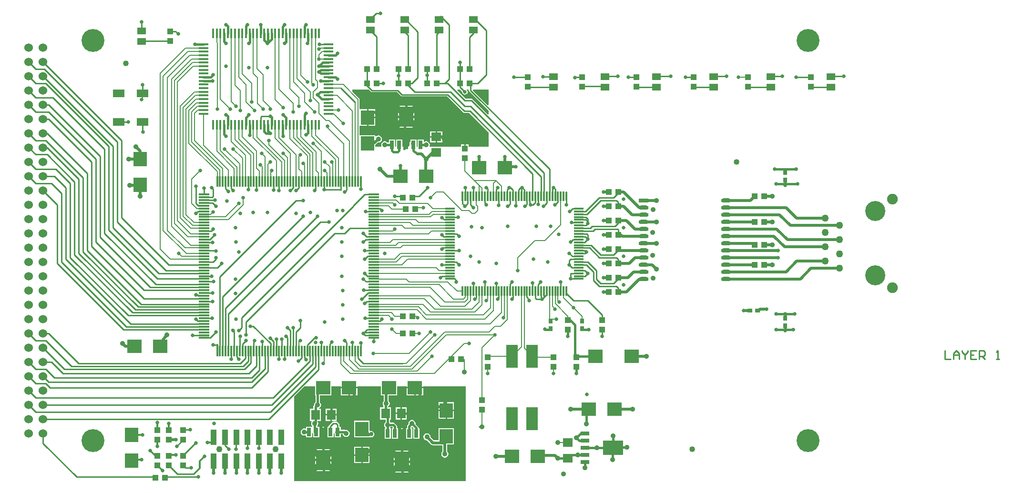
<source format=gtl>
%FSLAX24Y24*%
%MOIN*%
G70*
G01*
G75*
G04 Layer_Physical_Order=1*
G04 Layer_Color=255*
%ADD10R,0.0394X0.0433*%
%ADD11R,0.0433X0.0394*%
%ADD12R,0.1024X0.0945*%
%ADD13R,0.0945X0.1024*%
%ADD14C,0.0400*%
%ADD15R,0.0728X0.0118*%
%ADD16R,0.0709X0.0157*%
%ADD17R,0.0827X0.1614*%
%ADD18R,0.0787X0.0551*%
%ADD19O,0.0700X0.0300*%
%ADD20R,0.0700X0.0300*%
%ADD21R,0.0122X0.0709*%
%ADD22R,0.0709X0.0122*%
%ADD23O,0.0122X0.0709*%
%ADD24R,0.0157X0.0709*%
%ADD25R,0.0709X0.0157*%
%ADD26R,0.0118X0.0728*%
%ADD27R,0.0728X0.0118*%
%ADD28R,0.0630X0.0512*%
%ADD29R,0.0630X0.0709*%
%ADD30R,0.0709X0.0630*%
%ADD31R,0.1000X0.1400*%
%ADD32R,0.0300X0.0600*%
%ADD33R,0.1400X0.1000*%
%ADD34R,0.0600X0.0300*%
%ADD35R,0.0276X0.0354*%
%ADD36R,0.0354X0.0276*%
%ADD37R,0.0394X0.1083*%
%ADD38C,0.0100*%
%ADD39C,0.0200*%
%ADD40C,0.0080*%
%ADD41C,0.0160*%
%ADD42C,0.0120*%
%ADD43C,0.0600*%
%ADD44C,0.1400*%
%ADD45C,0.0750*%
%ADD46C,0.0500*%
%ADD47C,0.1600*%
%ADD48C,0.0433*%
%ADD49C,0.0350*%
%ADD50C,0.0250*%
%ADD51C,0.0300*%
G36*
X50650Y56988D02*
X50604Y56969D01*
X49569Y58004D01*
X49588Y58050D01*
X50650D01*
Y56988D01*
D02*
G37*
G36*
X49050Y30650D02*
X37050D01*
Y36577D01*
X37773Y37300D01*
X38513D01*
Y36658D01*
X38547D01*
Y36192D01*
X38523Y36177D01*
X38469Y36096D01*
X38450Y36000D01*
X38456Y35972D01*
X38441Y35957D01*
X38408Y35907D01*
X38396Y35849D01*
Y35724D01*
X38164D01*
Y34876D01*
X38270D01*
X38293Y34832D01*
X38269Y34796D01*
X38250Y34700D01*
X38269Y34604D01*
X38323Y34523D01*
X38332Y34518D01*
X38317Y34470D01*
X38312Y34470D01*
X38312Y34470D01*
Y34470D01*
X37880D01*
Y34366D01*
X37841Y34335D01*
X37765Y34350D01*
X37670Y34331D01*
X37589Y34277D01*
X37535Y34196D01*
X37516Y34100D01*
X37535Y34004D01*
X37589Y33923D01*
X37670Y33869D01*
X37765Y33850D01*
X37841Y33865D01*
X37880Y33834D01*
Y33730D01*
X38320D01*
Y34013D01*
X38340Y34019D01*
X38380Y33990D01*
Y33730D01*
X38820D01*
Y34470D01*
X38683D01*
X38668Y34518D01*
X38677Y34523D01*
X38731Y34604D01*
X38750Y34700D01*
X38731Y34796D01*
X38702Y34839D01*
Y34876D01*
X38934D01*
Y35724D01*
X38815D01*
X38800Y35772D01*
X38877Y35823D01*
X38931Y35904D01*
X38950Y36000D01*
X38931Y36096D01*
X38877Y36177D01*
X38853Y36192D01*
Y36658D01*
X39676D01*
Y37300D01*
X40324D01*
Y37250D01*
X41487D01*
Y37300D01*
X43113D01*
Y36658D01*
X43327D01*
Y36279D01*
X43323Y36277D01*
X43269Y36196D01*
X43250Y36100D01*
X43269Y36004D01*
X43296Y35965D01*
Y35824D01*
X43064D01*
Y34976D01*
X43447D01*
Y34792D01*
X43423Y34777D01*
X43369Y34696D01*
X43350Y34600D01*
X43369Y34504D01*
X43423Y34423D01*
X43432Y34418D01*
X43417Y34370D01*
X43380D01*
Y33630D01*
X43820D01*
Y34370D01*
X43783D01*
X43768Y34418D01*
X43777Y34423D01*
X43792Y34447D01*
X43937D01*
X43947Y34437D01*
Y34370D01*
X43880D01*
Y33630D01*
X44320D01*
Y34370D01*
X44253D01*
Y34500D01*
X44241Y34559D01*
X44208Y34608D01*
X44108Y34708D01*
X44059Y34741D01*
X44000Y34753D01*
X43792D01*
X43777Y34777D01*
X43753Y34792D01*
Y34976D01*
X43834D01*
Y35824D01*
X43602D01*
Y35873D01*
X43677Y35923D01*
X43731Y36004D01*
X43750Y36100D01*
X43731Y36196D01*
X43677Y36277D01*
X43673Y36279D01*
Y36658D01*
X44276D01*
Y37300D01*
X44924D01*
Y37250D01*
X46087D01*
Y37300D01*
X49050D01*
Y30650D01*
D02*
G37*
G36*
X42413Y57913D02*
X42453Y57887D01*
X42500Y57878D01*
X44249D01*
X44513Y57613D01*
X44553Y57587D01*
X44600Y57578D01*
X47749D01*
X48863Y56463D01*
X48887Y56448D01*
X48903Y56437D01*
X48950Y56428D01*
X49299D01*
X50650Y55077D01*
Y54050D01*
X49267D01*
Y54221D01*
X49050D01*
Y53935D01*
X48950D01*
Y54221D01*
X48733D01*
Y54050D01*
X46547D01*
X46524Y54094D01*
X46531Y54104D01*
X46550Y54200D01*
X46531Y54296D01*
X46477Y54377D01*
X46396Y54431D01*
X46300Y54450D01*
X46204Y54431D01*
X46164Y54404D01*
X46120Y54427D01*
Y54570D01*
X45680D01*
Y54050D01*
X45620D01*
Y54570D01*
X45180D01*
Y54410D01*
X45140Y54381D01*
X45120Y54387D01*
Y54137D01*
X45041Y54059D01*
D01*
X45041Y54059D01*
X45041Y54059D01*
D01*
X44813Y53830D01*
X44680D01*
Y54050D01*
X44620D01*
Y54570D01*
X44180D01*
Y54050D01*
X44120D01*
Y54570D01*
X43680D01*
Y54353D01*
X43592D01*
X43577Y54377D01*
X43496Y54431D01*
X43400Y54450D01*
X43304Y54431D01*
X43223Y54377D01*
X43169Y54296D01*
X43150Y54200D01*
X43169Y54104D01*
X43176Y54094D01*
X43153Y54050D01*
X42742D01*
Y54187D01*
X42932Y54354D01*
X42950Y54350D01*
X43046Y54369D01*
X43127Y54423D01*
X43181Y54504D01*
X43200Y54600D01*
X43181Y54696D01*
X43127Y54777D01*
X43046Y54831D01*
X42950Y54850D01*
X42854Y54831D01*
X42787Y54785D01*
X42742Y54809D01*
Y54876D01*
X41658D01*
D01*
X41658D01*
X41635Y54899D01*
Y55524D01*
X41670Y55524D01*
X41670D01*
Y55524D01*
D01*
D01*
D01*
X42150D01*
Y56105D01*
Y56687D01*
X41670D01*
X41670Y56687D01*
D01*
D01*
X41670Y56687D01*
X41658Y56687D01*
X41635Y56710D01*
Y57377D01*
X41635Y57377D01*
X41626Y57420D01*
X41602Y57456D01*
X41129Y57929D01*
Y58046D01*
X41150Y58050D01*
D01*
X41150D01*
D01*
X41150Y58050D01*
D01*
D01*
D01*
X42277D01*
X42413Y57913D01*
D02*
G37*
G36*
X49278Y58000D02*
X49287Y57953D01*
X49313Y57913D01*
X50650Y56577D01*
Y56338D01*
X50604Y56319D01*
X49532Y57391D01*
X49492Y57418D01*
X49445Y57427D01*
X49046D01*
X48469Y58004D01*
X48488Y58050D01*
X48677D01*
X48805Y57922D01*
X48801Y57900D01*
X48816Y57824D01*
X48859Y57759D01*
X48924Y57716D01*
X49000Y57701D01*
X49076Y57716D01*
X49141Y57759D01*
X49184Y57824D01*
X49199Y57900D01*
X49184Y57976D01*
X49141Y58041D01*
X49143Y58050D01*
X49278D01*
Y58000D01*
D02*
G37*
%LPC*%
G36*
X39100Y33817D02*
X39013Y33730D01*
X39187D01*
X39100Y33817D01*
D02*
G37*
G36*
X40000Y34822D02*
X39800D01*
X39753Y34813D01*
X39713Y34787D01*
X39513Y34587D01*
X39487Y34547D01*
X39478Y34500D01*
Y34470D01*
X39380D01*
Y33730D01*
X39820D01*
Y34013D01*
X39840Y34019D01*
X39880Y33990D01*
Y33730D01*
X40320D01*
Y33947D01*
X40461D01*
X40469Y33904D01*
X40523Y33823D01*
X40604Y33769D01*
X40700Y33750D01*
X40796Y33769D01*
X40877Y33823D01*
X40931Y33904D01*
X40950Y34000D01*
X40931Y34096D01*
X40877Y34177D01*
X40796Y34231D01*
X40700Y34250D01*
X40658Y34241D01*
X40600Y34253D01*
X40320D01*
Y34470D01*
X40222D01*
Y34600D01*
X40213Y34647D01*
X40187Y34687D01*
X40087Y34787D01*
X40047Y34813D01*
X40000Y34822D01*
D02*
G37*
G36*
X42342Y34887D02*
X41258D01*
Y33724D01*
X42342D01*
Y33735D01*
X42366Y33740D01*
X42369Y33742D01*
X42450Y33726D01*
X42536Y33743D01*
X42609Y33791D01*
X42657Y33864D01*
X42674Y33950D01*
X42657Y34036D01*
X42609Y34109D01*
X42536Y34157D01*
X42450Y34174D01*
X42381Y34161D01*
X42342Y34192D01*
Y34887D01*
D02*
G37*
G36*
X48242Y34376D02*
X47158D01*
Y33513D01*
X46832D01*
X46599Y33746D01*
X46600Y33750D01*
X46581Y33846D01*
X46527Y33927D01*
X46446Y33981D01*
X46350Y34000D01*
X46254Y33981D01*
X46173Y33927D01*
X46119Y33846D01*
X46100Y33750D01*
X46119Y33654D01*
X46173Y33573D01*
X46254Y33519D01*
X46350Y33500D01*
X46354Y33501D01*
X46637Y33218D01*
X46637Y33218D01*
X46675Y33192D01*
X46694Y33180D01*
X46760Y33167D01*
X46760Y33167D01*
X47427D01*
Y32729D01*
X47423Y32727D01*
X47369Y32646D01*
X47350Y32550D01*
X47369Y32454D01*
X47423Y32373D01*
X47504Y32319D01*
X47600Y32300D01*
X47696Y32319D01*
X47777Y32373D01*
X47831Y32454D01*
X47850Y32550D01*
X47831Y32646D01*
X47777Y32727D01*
X47773Y32729D01*
Y33213D01*
X48242D01*
Y34376D01*
D02*
G37*
G36*
X44600Y33717D02*
X44513Y33630D01*
X44687D01*
X44600Y33717D01*
D02*
G37*
G36*
X39601Y35250D02*
X39266D01*
Y34876D01*
X39601D01*
Y35250D01*
D02*
G37*
G36*
X40036D02*
X39701D01*
Y34876D01*
X40036D01*
Y35250D01*
D02*
G37*
G36*
X44501Y35350D02*
X44166D01*
Y34976D01*
X44501D01*
Y35350D01*
D02*
G37*
G36*
X44687Y34370D02*
X44513D01*
X44600Y34283D01*
X44687Y34370D01*
D02*
G37*
G36*
X45300Y34950D02*
X45204Y34931D01*
X45123Y34877D01*
X45069Y34796D01*
X45050Y34700D01*
X45056Y34672D01*
X44992Y34608D01*
X44959Y34559D01*
X44947Y34500D01*
Y34370D01*
X44880D01*
Y33630D01*
X45320D01*
Y34370D01*
X45253D01*
Y34420D01*
X45292Y34452D01*
X45300Y34450D01*
X45328Y34456D01*
X45390Y34394D01*
X45380Y34370D01*
X45380Y34370D01*
Y34370D01*
Y34370D01*
X45380D01*
D01*
Y33630D01*
X45820D01*
Y34370D01*
X45753D01*
Y34400D01*
X45741Y34459D01*
X45708Y34508D01*
X45544Y34672D01*
X45550Y34700D01*
X45531Y34796D01*
X45477Y34877D01*
X45396Y34931D01*
X45300Y34950D01*
D02*
G37*
G36*
X39187Y34470D02*
X39013D01*
X39100Y34383D01*
X39187Y34470D01*
D02*
G37*
G36*
X42342Y33076D02*
X41850D01*
Y32544D01*
X42342D01*
Y33076D01*
D02*
G37*
G36*
X45170Y32319D02*
X44883Y32032D01*
X45170Y31744D01*
Y32319D01*
D02*
G37*
G36*
X38530Y32419D02*
Y31844D01*
X38817Y32132D01*
X38530Y32419D01*
D02*
G37*
G36*
X44030Y32319D02*
Y31744D01*
X44317Y32032D01*
X44030Y32319D01*
D02*
G37*
G36*
X44600Y31749D02*
X44113Y31261D01*
X45087D01*
X44600Y31749D01*
D02*
G37*
G36*
X39100Y31849D02*
X38613Y31361D01*
X39587D01*
X39100Y31849D01*
D02*
G37*
G36*
X39670Y32419D02*
X39383Y32132D01*
X39670Y31844D01*
Y32419D01*
D02*
G37*
G36*
X39587Y32901D02*
X38613D01*
X39100Y32414D01*
X39587Y32901D01*
D02*
G37*
G36*
X41750Y33076D02*
X41258D01*
Y32544D01*
X41750D01*
Y33076D01*
D02*
G37*
G36*
X45087Y32801D02*
X44113D01*
X44600Y32314D01*
X45087Y32801D01*
D02*
G37*
G36*
X41750Y32444D02*
X41258D01*
Y31913D01*
X41750D01*
Y32444D01*
D02*
G37*
G36*
X42342D02*
X41850D01*
Y31913D01*
X42342D01*
Y32444D01*
D02*
G37*
G36*
X44936Y35350D02*
X44601D01*
Y34976D01*
X44936D01*
Y35350D01*
D02*
G37*
G36*
X46950Y55136D02*
X46576D01*
Y54801D01*
X46950D01*
Y55136D01*
D02*
G37*
G36*
X47424D02*
X47050D01*
Y54801D01*
X47424D01*
Y55136D01*
D02*
G37*
G36*
X44987Y54570D02*
X44813D01*
X44900Y54483D01*
X44987Y54570D01*
D02*
G37*
G36*
X46950Y54701D02*
X46576D01*
Y54366D01*
X46950D01*
Y54701D01*
D02*
G37*
G36*
X47424D02*
X47050D01*
Y54366D01*
X47424D01*
Y54701D01*
D02*
G37*
G36*
X44900Y55886D02*
X44413Y55399D01*
X45387D01*
X44900Y55886D01*
D02*
G37*
G36*
X42742Y56687D02*
X42250D01*
Y56156D01*
X42742D01*
Y56687D01*
D02*
G37*
G36*
X45387Y56939D02*
X44413D01*
X44900Y56451D01*
X45387Y56939D01*
D02*
G37*
G36*
X45470Y56456D02*
X45183Y56168D01*
X45470Y55881D01*
Y56456D01*
D02*
G37*
G36*
X42742Y56056D02*
X42250D01*
Y55524D01*
X42742D01*
Y56056D01*
D02*
G37*
G36*
X44330Y56456D02*
Y55881D01*
X44617Y56168D01*
X44330Y56456D01*
D02*
G37*
G36*
X46087Y37150D02*
X45556D01*
Y36658D01*
X46087D01*
Y37150D01*
D02*
G37*
G36*
X40036Y35724D02*
X39701D01*
Y35350D01*
X40036D01*
Y35724D01*
D02*
G37*
G36*
X44501Y35824D02*
X44166D01*
Y35450D01*
X44501D01*
Y35824D01*
D02*
G37*
G36*
X39601Y35724D02*
X39266D01*
Y35350D01*
X39601D01*
Y35724D01*
D02*
G37*
G36*
X47650Y35556D02*
X47158D01*
Y35024D01*
X47650D01*
Y35556D01*
D02*
G37*
G36*
X48242D02*
X47750D01*
Y35024D01*
X48242D01*
Y35556D01*
D02*
G37*
G36*
X44936Y35824D02*
X44601D01*
Y35450D01*
X44936D01*
Y35824D01*
D02*
G37*
G36*
X41487Y37150D02*
X40956D01*
Y36658D01*
X41487D01*
Y37150D01*
D02*
G37*
G36*
X45456D02*
X44924D01*
Y36658D01*
X45456D01*
Y37150D01*
D02*
G37*
G36*
X40856D02*
X40324D01*
Y36658D01*
X40856D01*
Y37150D01*
D02*
G37*
G36*
X47650Y36187D02*
X47158D01*
Y35656D01*
X47650D01*
Y36187D01*
D02*
G37*
G36*
X48242D02*
X47750D01*
Y35656D01*
X48242D01*
Y36187D01*
D02*
G37*
%LPD*%
D10*
X50200Y36335D02*
D03*
Y35665D02*
D03*
X28400Y61465D02*
D03*
Y62135D02*
D03*
X53400Y58265D02*
D03*
Y58935D02*
D03*
X57200Y58265D02*
D03*
Y58935D02*
D03*
X61000Y58265D02*
D03*
Y58935D02*
D03*
X65000Y58265D02*
D03*
Y58935D02*
D03*
X68800Y58265D02*
D03*
Y58935D02*
D03*
X73200Y58265D02*
D03*
Y58935D02*
D03*
X27500Y34235D02*
D03*
Y33565D02*
D03*
X56800Y38665D02*
D03*
Y39335D02*
D03*
X50600Y39335D02*
D03*
Y38665D02*
D03*
X55200Y39335D02*
D03*
Y38665D02*
D03*
X56200Y41935D02*
D03*
Y41265D02*
D03*
X58600Y41265D02*
D03*
Y41935D02*
D03*
X29300Y31765D02*
D03*
Y32435D02*
D03*
X27500Y31765D02*
D03*
Y32435D02*
D03*
X28300Y31765D02*
D03*
Y32435D02*
D03*
X49000Y53265D02*
D03*
Y53935D02*
D03*
X28300Y34235D02*
D03*
Y33565D02*
D03*
X29300D02*
D03*
Y34235D02*
D03*
D11*
X48065Y39200D02*
D03*
X48735D02*
D03*
X45335Y50500D02*
D03*
X44665D02*
D03*
X44865Y49700D02*
D03*
X45535D02*
D03*
X45335Y42200D02*
D03*
X44665D02*
D03*
X44665Y41000D02*
D03*
X45335D02*
D03*
X59735Y44900D02*
D03*
X59065D02*
D03*
X59735Y43900D02*
D03*
X59065D02*
D03*
X59735Y45900D02*
D03*
X59065D02*
D03*
X59735Y46900D02*
D03*
X59065D02*
D03*
X59735Y47900D02*
D03*
X59065D02*
D03*
X59735Y48900D02*
D03*
X59065D02*
D03*
X59735Y49900D02*
D03*
X59065D02*
D03*
X59735Y50900D02*
D03*
X59065D02*
D03*
X69935Y45800D02*
D03*
X69265D02*
D03*
X69935Y47200D02*
D03*
X69265D02*
D03*
X69935Y48800D02*
D03*
X69265D02*
D03*
X69935Y50600D02*
D03*
X69265D02*
D03*
X42835Y59500D02*
D03*
X42165D02*
D03*
X49335Y58500D02*
D03*
X48665D02*
D03*
X47035D02*
D03*
X46365D02*
D03*
X45035D02*
D03*
X44365D02*
D03*
X42835D02*
D03*
X42165D02*
D03*
X49335Y59500D02*
D03*
X48665D02*
D03*
X47035D02*
D03*
X46365D02*
D03*
X45035D02*
D03*
X44365D02*
D03*
X27365Y30900D02*
D03*
X28035D02*
D03*
D12*
X45506Y37200D02*
D03*
X43694D02*
D03*
X52294Y32400D02*
D03*
X54106D02*
D03*
X59457Y35709D02*
D03*
X57646D02*
D03*
X40906Y37200D02*
D03*
X39094D02*
D03*
X44494Y52000D02*
D03*
X46306D02*
D03*
X25894Y40100D02*
D03*
X27706D02*
D03*
X58140Y39400D02*
D03*
X60660D02*
D03*
X49994Y52600D02*
D03*
X51806D02*
D03*
D13*
X47700Y35606D02*
D03*
Y33794D02*
D03*
X41800Y32494D02*
D03*
Y34306D02*
D03*
X42200Y56106D02*
D03*
Y54294D02*
D03*
X26300Y51394D02*
D03*
Y53206D02*
D03*
X25700Y32094D02*
D03*
Y33906D02*
D03*
D14*
X64900Y32900D02*
D03*
X25300Y59900D02*
D03*
X68000Y53000D02*
D03*
D15*
X42635Y48357D02*
D03*
Y50720D02*
D03*
X30765Y46192D02*
D03*
X42635Y40680D02*
D03*
Y40877D02*
D03*
Y41074D02*
D03*
Y41271D02*
D03*
Y41468D02*
D03*
Y41665D02*
D03*
Y41861D02*
D03*
Y42058D02*
D03*
Y42255D02*
D03*
Y42452D02*
D03*
Y42649D02*
D03*
Y42846D02*
D03*
Y43043D02*
D03*
Y43239D02*
D03*
Y43436D02*
D03*
Y43633D02*
D03*
Y43830D02*
D03*
Y44027D02*
D03*
Y44224D02*
D03*
Y44420D02*
D03*
Y44617D02*
D03*
Y44814D02*
D03*
Y45011D02*
D03*
Y45208D02*
D03*
Y45602D02*
D03*
Y45798D02*
D03*
Y45995D02*
D03*
Y46192D02*
D03*
Y46389D02*
D03*
Y46783D02*
D03*
Y46980D02*
D03*
Y47176D02*
D03*
Y47373D02*
D03*
Y47570D02*
D03*
Y47767D02*
D03*
Y47964D02*
D03*
Y48161D02*
D03*
Y48554D02*
D03*
Y48751D02*
D03*
Y48948D02*
D03*
Y49145D02*
D03*
Y49342D02*
D03*
Y49539D02*
D03*
Y49735D02*
D03*
Y49932D02*
D03*
Y50129D02*
D03*
Y50326D02*
D03*
X30765Y40877D02*
D03*
Y41074D02*
D03*
Y41861D02*
D03*
Y42058D02*
D03*
Y43239D02*
D03*
Y43633D02*
D03*
Y43830D02*
D03*
Y44617D02*
D03*
Y45011D02*
D03*
Y45995D02*
D03*
Y46389D02*
D03*
Y46586D02*
D03*
Y46783D02*
D03*
Y46980D02*
D03*
Y47176D02*
D03*
Y47373D02*
D03*
Y47570D02*
D03*
Y47767D02*
D03*
Y47964D02*
D03*
Y48161D02*
D03*
Y48357D02*
D03*
Y48554D02*
D03*
Y48751D02*
D03*
Y48948D02*
D03*
Y49145D02*
D03*
Y49342D02*
D03*
Y49539D02*
D03*
Y49735D02*
D03*
Y49932D02*
D03*
Y50720D02*
D03*
X42635Y46586D02*
D03*
Y45405D02*
D03*
X30765D02*
D03*
Y45208D02*
D03*
Y44814D02*
D03*
Y44420D02*
D03*
Y44224D02*
D03*
Y44027D02*
D03*
Y43436D02*
D03*
Y43043D02*
D03*
Y42846D02*
D03*
Y42649D02*
D03*
Y42452D02*
D03*
Y42255D02*
D03*
Y41665D02*
D03*
Y41468D02*
D03*
Y41271D02*
D03*
Y50326D02*
D03*
Y40680D02*
D03*
Y50523D02*
D03*
Y50129D02*
D03*
X42635Y50523D02*
D03*
D16*
X30728Y60975D02*
D03*
D17*
X52291Y35015D02*
D03*
X53709D02*
D03*
X52291Y39385D02*
D03*
X53709D02*
D03*
D18*
X24800Y57800D02*
D03*
Y55800D02*
D03*
X26454D02*
D03*
Y57800D02*
D03*
D19*
X67250Y44800D02*
D03*
Y45300D02*
D03*
Y45800D02*
D03*
Y46300D02*
D03*
Y46800D02*
D03*
Y47300D02*
D03*
Y47800D02*
D03*
Y48300D02*
D03*
Y48800D02*
D03*
Y49300D02*
D03*
Y49800D02*
D03*
Y50300D02*
D03*
X61500Y44800D02*
D03*
Y45300D02*
D03*
Y45800D02*
D03*
Y46300D02*
D03*
Y46800D02*
D03*
Y47300D02*
D03*
Y47800D02*
D03*
Y48300D02*
D03*
Y48800D02*
D03*
Y49300D02*
D03*
Y49800D02*
D03*
D20*
Y50300D02*
D03*
D21*
X56100Y43946D02*
D03*
X55903D02*
D03*
X55706D02*
D03*
X55509D02*
D03*
X55313D02*
D03*
X55116D02*
D03*
X54919D02*
D03*
X54722D02*
D03*
X54525D02*
D03*
X54328D02*
D03*
X54131D02*
D03*
X53935D02*
D03*
X53738D02*
D03*
X53541D02*
D03*
X53344D02*
D03*
X53147D02*
D03*
X52950D02*
D03*
X52754D02*
D03*
X52557D02*
D03*
X52360D02*
D03*
X52163D02*
D03*
X51966D02*
D03*
X51769D02*
D03*
X51572D02*
D03*
X51376D02*
D03*
X51179D02*
D03*
X50982D02*
D03*
X50785D02*
D03*
X50588D02*
D03*
X50391D02*
D03*
X50195D02*
D03*
X49998D02*
D03*
X49801D02*
D03*
X49604D02*
D03*
X49407D02*
D03*
X49210D02*
D03*
X49013D02*
D03*
X48817D02*
D03*
Y50600D02*
D03*
X49013D02*
D03*
X49210D02*
D03*
X49407D02*
D03*
X49604D02*
D03*
X49801D02*
D03*
X49998D02*
D03*
X50195D02*
D03*
X50391D02*
D03*
X50588D02*
D03*
X50785D02*
D03*
X50982D02*
D03*
X51179D02*
D03*
X51376D02*
D03*
X51572D02*
D03*
X51769D02*
D03*
X51966D02*
D03*
X52163D02*
D03*
X52360D02*
D03*
X52557D02*
D03*
X52754D02*
D03*
X52950D02*
D03*
X53147D02*
D03*
X53344D02*
D03*
X53541D02*
D03*
X53738D02*
D03*
X53935D02*
D03*
X54131D02*
D03*
X54328D02*
D03*
X54525D02*
D03*
X54722D02*
D03*
X54919D02*
D03*
X55116D02*
D03*
X55313D02*
D03*
X55509D02*
D03*
X55706D02*
D03*
X55903D02*
D03*
D22*
X47950Y44813D02*
D03*
Y45009D02*
D03*
Y45206D02*
D03*
Y45403D02*
D03*
Y45797D02*
D03*
Y45994D02*
D03*
Y46191D02*
D03*
Y46387D02*
D03*
Y46584D02*
D03*
Y46781D02*
D03*
Y46978D02*
D03*
Y47175D02*
D03*
Y47372D02*
D03*
Y47569D02*
D03*
Y47765D02*
D03*
Y47962D02*
D03*
Y48159D02*
D03*
Y48356D02*
D03*
Y48553D02*
D03*
Y48750D02*
D03*
Y48946D02*
D03*
Y49143D02*
D03*
Y49340D02*
D03*
Y49537D02*
D03*
Y49734D02*
D03*
X56966D02*
D03*
Y49537D02*
D03*
Y49340D02*
D03*
Y49143D02*
D03*
Y48946D02*
D03*
Y48750D02*
D03*
Y48553D02*
D03*
Y48356D02*
D03*
Y48159D02*
D03*
Y47962D02*
D03*
Y47765D02*
D03*
Y47569D02*
D03*
Y47372D02*
D03*
Y47175D02*
D03*
Y46978D02*
D03*
Y46781D02*
D03*
Y46584D02*
D03*
Y46387D02*
D03*
Y46191D02*
D03*
Y45994D02*
D03*
Y45797D02*
D03*
Y45600D02*
D03*
Y45403D02*
D03*
Y45206D02*
D03*
Y45009D02*
D03*
Y44813D02*
D03*
X47950Y45600D02*
D03*
D23*
X56100Y50600D02*
D03*
D24*
X38811Y61991D02*
D03*
X38555D02*
D03*
X38299D02*
D03*
X38043D02*
D03*
X37787D02*
D03*
X37531D02*
D03*
X37275D02*
D03*
X37019D02*
D03*
X36763D02*
D03*
X36507D02*
D03*
X36252D02*
D03*
X35996D02*
D03*
X35740D02*
D03*
X35484D02*
D03*
X35228D02*
D03*
X34972D02*
D03*
X34716D02*
D03*
X34460D02*
D03*
X34204D02*
D03*
X33948D02*
D03*
X33693D02*
D03*
X33437D02*
D03*
X33181D02*
D03*
X32925D02*
D03*
X32669D02*
D03*
X32413D02*
D03*
X32157D02*
D03*
X31901D02*
D03*
X31645D02*
D03*
X31389D02*
D03*
Y55609D02*
D03*
X31645D02*
D03*
X31901D02*
D03*
X32157D02*
D03*
X32413D02*
D03*
X32669D02*
D03*
X32925D02*
D03*
X33181D02*
D03*
X33437D02*
D03*
X33693D02*
D03*
X33948D02*
D03*
X34204D02*
D03*
X34460D02*
D03*
X34716D02*
D03*
X34972D02*
D03*
X35228D02*
D03*
X35484D02*
D03*
X35740D02*
D03*
X35996D02*
D03*
X36252D02*
D03*
X36507D02*
D03*
X36763D02*
D03*
X37019D02*
D03*
X37275D02*
D03*
X37531D02*
D03*
X37787D02*
D03*
X38043D02*
D03*
X38299D02*
D03*
X38555D02*
D03*
X38811D02*
D03*
D25*
X30728Y61231D02*
D03*
Y60719D02*
D03*
Y60463D02*
D03*
Y60207D02*
D03*
Y59952D02*
D03*
Y59696D02*
D03*
Y59440D02*
D03*
Y59184D02*
D03*
Y58928D02*
D03*
Y58672D02*
D03*
Y58416D02*
D03*
Y58160D02*
D03*
Y57904D02*
D03*
Y57648D02*
D03*
Y57393D02*
D03*
Y57137D02*
D03*
Y56881D02*
D03*
Y56625D02*
D03*
Y56369D02*
D03*
X39472D02*
D03*
Y56625D02*
D03*
Y56881D02*
D03*
Y57137D02*
D03*
Y57393D02*
D03*
Y57648D02*
D03*
Y57904D02*
D03*
Y58160D02*
D03*
Y58416D02*
D03*
Y58672D02*
D03*
Y58928D02*
D03*
Y59184D02*
D03*
Y59440D02*
D03*
Y59696D02*
D03*
Y59952D02*
D03*
Y60207D02*
D03*
Y60463D02*
D03*
Y60719D02*
D03*
Y60975D02*
D03*
Y61231D02*
D03*
D26*
X31680Y39765D02*
D03*
X31877D02*
D03*
X32074D02*
D03*
X32271D02*
D03*
X32468D02*
D03*
X32665D02*
D03*
X33058D02*
D03*
X34239D02*
D03*
X34830D02*
D03*
X36011D02*
D03*
X36405D02*
D03*
X36995D02*
D03*
X37192D02*
D03*
X37389D02*
D03*
X37586D02*
D03*
X37783D02*
D03*
X37980D02*
D03*
X38176D02*
D03*
X38373D02*
D03*
X38570D02*
D03*
X38767D02*
D03*
X38964D02*
D03*
X39161D02*
D03*
X39554D02*
D03*
X40342D02*
D03*
X40539D02*
D03*
X40735D02*
D03*
X40932D02*
D03*
X41129D02*
D03*
X41326D02*
D03*
X41523D02*
D03*
X41720D02*
D03*
X31680Y51635D02*
D03*
X31877D02*
D03*
X32074D02*
D03*
X32271D02*
D03*
X32468D02*
D03*
X32665D02*
D03*
X32861D02*
D03*
X33058D02*
D03*
X33255D02*
D03*
X33452D02*
D03*
X33649D02*
D03*
X33846D02*
D03*
X34043D02*
D03*
X34239D02*
D03*
X34436D02*
D03*
X34633D02*
D03*
X34830D02*
D03*
X35027D02*
D03*
X35224D02*
D03*
X35420D02*
D03*
X35617D02*
D03*
X35814D02*
D03*
X36011D02*
D03*
X36208D02*
D03*
X36405D02*
D03*
X36602D02*
D03*
X36798D02*
D03*
X36995D02*
D03*
X37192D02*
D03*
X37389D02*
D03*
X37586D02*
D03*
X37783D02*
D03*
X37980D02*
D03*
X38176D02*
D03*
X38373D02*
D03*
X38570D02*
D03*
X38767D02*
D03*
X38964D02*
D03*
X39161D02*
D03*
X39357D02*
D03*
X39554D02*
D03*
X39751D02*
D03*
X39948D02*
D03*
X40145D02*
D03*
X40342D02*
D03*
X40539D02*
D03*
X40735D02*
D03*
X40932D02*
D03*
X41129D02*
D03*
X41326D02*
D03*
X41523D02*
D03*
X41720D02*
D03*
X39357Y39765D02*
D03*
X39751D02*
D03*
X39948D02*
D03*
X40145D02*
D03*
X35420D02*
D03*
X35617D02*
D03*
X35814D02*
D03*
X36208D02*
D03*
X36602D02*
D03*
X36798D02*
D03*
X32861D02*
D03*
X33255D02*
D03*
X33452D02*
D03*
X33649D02*
D03*
X33846D02*
D03*
X34043D02*
D03*
X34436D02*
D03*
X34633D02*
D03*
X35027D02*
D03*
X35224D02*
D03*
D27*
X30765Y45602D02*
D03*
Y45798D02*
D03*
D28*
X55200Y58226D02*
D03*
Y58974D02*
D03*
X58800Y58226D02*
D03*
Y58974D02*
D03*
X62400Y58226D02*
D03*
Y58974D02*
D03*
X66400Y58226D02*
D03*
Y58974D02*
D03*
X70400Y58226D02*
D03*
Y58974D02*
D03*
X74600Y58226D02*
D03*
Y58974D02*
D03*
X26400Y61426D02*
D03*
Y62174D02*
D03*
X49600Y62226D02*
D03*
Y62974D02*
D03*
X47200Y62226D02*
D03*
Y62974D02*
D03*
X44800Y62226D02*
D03*
Y62974D02*
D03*
X42400Y62226D02*
D03*
Y62974D02*
D03*
D29*
X38549Y35300D02*
D03*
X39651D02*
D03*
X43449Y35400D02*
D03*
X44551D02*
D03*
D30*
X56200Y33351D02*
D03*
Y32249D02*
D03*
X47000Y54751D02*
D03*
Y53649D02*
D03*
D31*
X44600Y32032D02*
D03*
X44900Y56168D02*
D03*
X39100Y32132D02*
D03*
D32*
X45100Y34000D02*
D03*
X43600D02*
D03*
X45600D02*
D03*
X44100D02*
D03*
X44600D02*
D03*
X44400Y54200D02*
D03*
X45900D02*
D03*
X43900D02*
D03*
X45400D02*
D03*
X44900D02*
D03*
X39600Y34100D02*
D03*
X38100D02*
D03*
X40100D02*
D03*
X38600D02*
D03*
X39100D02*
D03*
D33*
X59369Y33000D02*
D03*
D34*
X57400Y33500D02*
D03*
Y32000D02*
D03*
Y34000D02*
D03*
Y32500D02*
D03*
Y33000D02*
D03*
D35*
X55000Y41856D02*
D03*
Y41344D02*
D03*
X57200Y41856D02*
D03*
Y41344D02*
D03*
X71400Y51744D02*
D03*
Y52256D02*
D03*
Y41544D02*
D03*
Y42056D02*
D03*
D36*
X69456Y42600D02*
D03*
X68944D02*
D03*
D37*
X31438Y32063D02*
D03*
Y33737D02*
D03*
X32225Y32063D02*
D03*
X33013D02*
D03*
X33800D02*
D03*
X34587D02*
D03*
X35375D02*
D03*
X36162D02*
D03*
X32225Y33737D02*
D03*
X33013D02*
D03*
X33800D02*
D03*
X34587D02*
D03*
X35375D02*
D03*
X36162D02*
D03*
D38*
X21850Y30950D02*
X27300D01*
X19500Y33300D02*
Y34000D01*
Y33300D02*
X21850Y30950D01*
X40342Y51042D02*
Y51635D01*
X39161Y51061D02*
Y51635D01*
Y51061D02*
X40323D01*
X40342Y51042D01*
X38831Y61231D02*
X39472D01*
X30200Y50100D02*
Y51300D01*
X30368Y49932D02*
X30765D01*
X30200Y50100D02*
X30368Y49932D01*
X40340Y58160D02*
X41326Y57174D01*
X53935Y50177D02*
Y50600D01*
X53600Y50000D02*
X53757D01*
X53541Y50059D02*
Y50600D01*
Y50059D02*
X53600Y50000D01*
X53757D02*
X53935Y50177D01*
X40735Y39735D02*
Y40365D01*
X40718Y39718D02*
X40735Y39735D01*
X40600Y40500D02*
X40735Y40365D01*
X59400Y50500D02*
X59735Y50835D01*
X58400Y50500D02*
X59400D01*
X57437Y49537D02*
X58400Y50500D01*
X56966Y49537D02*
X57437D01*
X59735Y50835D02*
Y50900D01*
X57540Y49340D02*
X58500Y50300D01*
X59600D01*
X59735Y50165D01*
X56966Y49340D02*
X57540D01*
X59735Y49900D02*
Y50165D01*
X59500Y48500D02*
X59735Y48735D01*
X57900Y48500D02*
X59500D01*
X57756Y48356D02*
X57900Y48500D01*
X56966Y48356D02*
X57756D01*
X59735Y48735D02*
Y48900D01*
X57959Y48159D02*
X58100Y48300D01*
X59700D01*
X59735Y48265D01*
X56966Y48159D02*
X57959D01*
X59735Y47900D02*
Y48265D01*
X57825Y47175D02*
X58500Y46500D01*
X59400D01*
X56966Y47175D02*
X57825D01*
X59400Y46500D02*
X59700Y46800D01*
X59600Y46300D02*
X59735Y46165D01*
X58400Y46300D02*
X59600D01*
X57722Y46978D02*
X58400Y46300D01*
X56966Y46978D02*
X57722D01*
X59735Y45900D02*
Y46165D01*
X57606Y45994D02*
X58200Y45400D01*
Y44800D02*
Y45400D01*
Y44800D02*
X58500Y44500D01*
X59400D01*
X56966Y45994D02*
X57606D01*
X59400Y44500D02*
X59700Y44800D01*
X59600Y44300D02*
X59735Y44165D01*
X58400Y44300D02*
X59600D01*
X58000Y44700D02*
X58400Y44300D01*
X58000Y44700D02*
Y45300D01*
X57500Y45800D02*
X58000Y45300D01*
X59735Y43900D02*
Y44165D01*
X56900Y45800D02*
X57500D01*
X49013Y50600D02*
Y51187D01*
X48817Y50083D02*
Y50600D01*
Y50083D02*
X49000Y49900D01*
X49210Y50110D01*
Y50600D01*
X49407Y49993D02*
Y50600D01*
Y49993D02*
X49600Y49800D01*
X49604Y50600D02*
Y51196D01*
X47950Y49143D02*
X48543D01*
X47950Y47962D02*
X48438D01*
X48600Y47800D01*
X47554Y48946D02*
X47950D01*
X47400Y49100D02*
X47554Y48946D01*
X47535Y47765D02*
X47950D01*
X47400Y47900D02*
X47535Y47765D01*
X47950Y46781D02*
X48581D01*
X48600Y46800D01*
X47400Y46900D02*
X47478Y46978D01*
X47950D01*
X48406Y45994D02*
X48600Y45800D01*
X47950Y45994D02*
X48406D01*
X47403Y45797D02*
X47950D01*
X47300Y44900D02*
X47409Y45009D01*
X47950D01*
X48287Y44813D02*
X48400Y44700D01*
X47950Y44813D02*
X48287D01*
X48400Y44600D02*
Y44700D01*
X49700Y43400D02*
X49801Y43501D01*
Y43946D01*
X49604D02*
Y44496D01*
X50391Y43946D02*
X50400Y43955D01*
Y44600D01*
X51179Y43946D02*
Y44479D01*
X51200Y44500D01*
X51300Y43400D02*
X51376Y43476D01*
Y43946D01*
X52163D02*
Y44463D01*
X52300Y44600D01*
Y43400D02*
X52360Y43460D01*
Y43946D01*
X53344Y43556D02*
Y43946D01*
Y43556D02*
X53500Y43300D01*
X53738Y43946D02*
Y44538D01*
X54131Y43946D02*
Y44432D01*
X54300Y44600D01*
X53935Y43465D02*
X54000Y43400D01*
X54722Y43722D02*
Y43946D01*
X54525Y43525D02*
Y43946D01*
X53935Y43465D02*
Y43946D01*
X54000Y43400D02*
X54400D01*
X54328Y43472D02*
X54400Y43400D01*
X54328Y43472D02*
Y43946D01*
X54400Y43400D02*
X54722Y43722D01*
X55706Y43946D02*
Y44594D01*
X56387Y45187D02*
X56406Y45206D01*
X56387Y44813D02*
Y45187D01*
Y44813D02*
X56966D01*
X56406Y45206D02*
X56966D01*
X56300Y46100D02*
X56391Y46191D01*
X56300Y45800D02*
X56500Y45600D01*
X56300Y45800D02*
Y46100D01*
X56500Y45600D02*
X56966D01*
X56391Y46191D02*
X56966D01*
Y45009D02*
X57409D01*
X57600Y45200D01*
X56966Y45403D02*
X57397D01*
X57600Y45200D01*
X56966Y46584D02*
X57384D01*
X57500Y46700D01*
X56966Y46781D02*
X57419D01*
X57500Y46700D01*
X56300Y46600D02*
X56513Y46387D01*
X56966D01*
X56400Y47400D02*
X56569Y47569D01*
X56966D01*
X57538Y47962D02*
X57600Y47900D01*
X56966Y47372D02*
X57372D01*
X56966Y47765D02*
X57435D01*
X57372Y47372D02*
X57600Y47600D01*
X57435Y47765D02*
X57600Y47600D01*
X56966Y47962D02*
X57538D01*
X57600Y47600D02*
Y47900D01*
X55500Y48000D02*
X55565Y47935D01*
X56450Y48750D02*
X56966D01*
X57457Y49143D02*
X57600Y49000D01*
X56966Y48553D02*
X57453D01*
X56966Y48946D02*
X57454D01*
X57453Y48553D02*
X57600Y48700D01*
X56966Y49143D02*
X57457D01*
X57454Y48946D02*
X57600Y48800D01*
Y48700D02*
Y49000D01*
X56335Y49535D02*
X56534Y49734D01*
X56100Y50000D02*
Y50600D01*
X56534Y49734D02*
X56966D01*
X55300Y50000D02*
X55509Y50209D01*
Y50600D01*
X55116D02*
Y51116D01*
X55200Y51200D01*
X55313Y50600D02*
Y51087D01*
X55200Y51200D02*
X55313Y51087D01*
X54500Y49900D02*
X54722Y50122D01*
Y50600D01*
X54131Y50031D02*
Y50600D01*
X53200Y49900D02*
X53344Y50044D01*
Y50600D01*
X52754Y51054D02*
X52900Y51200D01*
X52754Y50600D02*
Y51054D01*
X52900Y51200D02*
X53000D01*
X52950Y50600D02*
Y51150D01*
X53147Y50600D02*
Y51053D01*
X52950Y51150D02*
X53000Y51200D01*
X53147Y51053D01*
X52000Y49900D02*
X52163Y50063D01*
Y50600D01*
X52200Y51200D02*
X52360Y51040D01*
X51966Y50600D02*
Y51066D01*
X52100Y51200D01*
X52200D01*
X52360Y50600D02*
Y51040D01*
X52557Y49943D02*
Y50600D01*
X51376Y49976D02*
Y50600D01*
X51179D02*
Y51079D01*
X51300Y51200D01*
X50500D02*
X50588Y51112D01*
Y50600D02*
Y51112D01*
X50391Y50109D02*
Y50600D01*
Y50109D02*
X50500Y50000D01*
X34436Y51036D02*
Y51635D01*
X35617Y51017D02*
Y51635D01*
X37200Y51000D02*
X37389Y51189D01*
Y51635D01*
X38500Y51000D02*
X38570Y51070D01*
Y51635D01*
X40600Y50900D02*
X40735Y51035D01*
Y51635D01*
X42061Y49539D02*
X42635D01*
X42133Y47767D02*
X42635D01*
X41900Y48000D02*
X42133Y47767D01*
X41900Y47400D02*
X42070Y47570D01*
X42635D01*
X41983Y46783D02*
X42635D01*
X42083Y44617D02*
X42635D01*
X41900Y44800D02*
X42083Y44617D01*
X41927Y44027D02*
X42635D01*
X41800Y43400D02*
X42230Y43830D01*
X42635D01*
X42042Y42058D02*
X42635D01*
X41900Y41000D02*
X42023Y40877D01*
X41974Y41074D02*
X42635D01*
X42023Y40877D02*
X42635D01*
X42171Y41271D02*
X42635D01*
X41900Y41000D02*
X42171Y41271D01*
X42635Y40435D02*
Y40680D01*
X41129Y39765D02*
Y40371D01*
X38964Y39765D02*
Y40364D01*
X30765Y42058D02*
X31342D01*
X30765Y43830D02*
X31370D01*
X30765Y44617D02*
X31417D01*
X30765Y47373D02*
X31373D01*
X32271Y51129D02*
X32465Y50935D01*
X32271Y51129D02*
Y51635D01*
X41720Y51080D02*
Y51635D01*
X36800Y51000D02*
X36995Y51195D01*
Y51635D01*
X36011Y51011D02*
Y51635D01*
X33846Y51054D02*
Y51635D01*
X32665Y51135D02*
Y51635D01*
Y51135D02*
X32800Y51000D01*
X30200Y49400D02*
X30339Y49539D01*
X30765D01*
Y47570D02*
X31170D01*
X31500Y47900D01*
X30765Y48161D02*
X31261D01*
X31400Y48300D01*
X30765Y45011D02*
X31311D01*
X30200Y43800D02*
X30367Y43633D01*
X30765D01*
X30200Y42000D02*
X30339Y41861D01*
X30765D01*
X42635D02*
X43061D01*
X43200Y42000D01*
X42000Y43100D02*
X42139Y43239D01*
X42635D01*
X42000Y45200D02*
X42189Y45011D01*
X42635D01*
X42000Y46200D02*
X42189Y46389D01*
X42635D01*
Y49735D02*
X43065D01*
X43200Y49600D01*
X34716Y56116D02*
X34800Y56200D01*
X34716Y55609D02*
Y56116D01*
X34800Y56200D02*
X35400D01*
X31645Y55500D02*
Y55609D01*
X36011Y39211D02*
Y39765D01*
X36405Y39205D02*
Y39765D01*
X39554D02*
Y40254D01*
X39700Y40400D01*
X57600Y43300D02*
X58600Y42300D01*
X56600Y43300D02*
X57600D01*
X56100Y43800D02*
X56600Y43300D01*
X58600Y41935D02*
Y42300D01*
Y40800D02*
Y41265D01*
X46365Y58500D02*
Y59500D01*
X44365Y58500D02*
Y59500D01*
X42835Y58500D02*
X43300D01*
X47035Y59500D02*
Y61935D01*
X47300Y62200D01*
X47900Y58800D02*
Y62600D01*
X45300Y58500D02*
X45700Y58900D01*
Y62100D01*
X42165Y58500D02*
Y59500D01*
X54919Y50600D02*
Y52481D01*
X49400Y58000D02*
Y58600D01*
Y58000D02*
X54919Y52481D01*
X50500Y59100D02*
Y62200D01*
X49335Y58500D02*
X49900D01*
X49700Y63000D02*
X50500Y62200D01*
X49900Y58500D02*
X50500Y59100D01*
X49335Y59500D02*
Y61735D01*
X49600Y62000D01*
X44800Y62100D02*
X45035Y61865D01*
Y59500D02*
Y61865D01*
X44984Y62816D02*
X45700Y62100D01*
X45035Y58500D02*
X45300D01*
X44984Y62816D02*
Y62916D01*
X42400Y62200D02*
X42835Y61765D01*
Y59500D02*
Y61765D01*
X44600Y57700D02*
X47800D01*
X44300Y58000D02*
X44600Y57700D01*
X42500Y58000D02*
X44300D01*
X42100Y58400D02*
X42500Y58000D01*
X45500Y57900D02*
X48000D01*
X48665Y58235D02*
X49000Y57900D01*
X48665Y58235D02*
Y59965D01*
X41523Y39277D02*
X41900Y38900D01*
X44674D01*
X41523Y39277D02*
Y39765D01*
X72165Y58935D02*
X73200D01*
X42400Y63000D02*
X42800Y63400D01*
X43100D01*
X54474Y58974D02*
X55200D01*
X59000Y59000D02*
X59700D01*
X62600D02*
X63400D01*
X66600D02*
X67300D01*
X70600D02*
X71200D01*
X74900D02*
X75500D01*
X19500Y60000D02*
X25000Y54500D01*
X19000Y58500D02*
X19700D01*
X18500Y59000D02*
X19000Y58500D01*
X18500Y58000D02*
X19000Y57500D01*
X20200D01*
X19500Y57000D02*
X19900D01*
X18500D02*
X19000Y56500D01*
X19900D01*
X25000Y49100D02*
Y54500D01*
Y49100D02*
X28302Y45798D01*
X30765D01*
X28100Y45405D02*
X30765D01*
X27600Y45208D02*
X30765D01*
X27500Y44814D02*
X30765D01*
X27380Y44420D02*
X30765D01*
X27000Y44224D02*
X30765D01*
X26573Y44027D02*
X30765D01*
X19500Y56000D02*
X19900D01*
X26564Y43436D02*
X30765D01*
X26357Y43043D02*
X30765D01*
X19500Y55000D02*
X19800D01*
X18500D02*
X19000Y54500D01*
X19700D01*
X19600Y59500D02*
X24700Y54400D01*
X18500Y60000D02*
X19000Y59500D01*
X24700Y48805D02*
Y54400D01*
X19000Y59500D02*
X19600D01*
X24700Y48805D02*
X28100Y45405D01*
X24400Y48408D02*
Y54100D01*
X19500Y59000D02*
X24400Y54100D01*
Y48408D02*
X27600Y45208D01*
X24100Y48214D02*
Y54100D01*
X19700Y58500D02*
X24100Y54100D01*
Y48214D02*
X27500Y44814D01*
X23800Y48000D02*
Y53900D01*
X20200Y57500D02*
X23800Y53900D01*
Y48000D02*
X27380Y44420D01*
X23500Y47724D02*
Y53400D01*
X19900Y57000D02*
X23500Y53400D01*
Y47724D02*
X27000Y44224D01*
X23200Y47400D02*
Y53200D01*
X19900Y56500D02*
X23200Y53200D01*
Y47400D02*
X26573Y44027D01*
X22900Y47100D02*
Y53000D01*
X19900Y56000D02*
X22900Y53000D01*
Y47100D02*
X26564Y43436D01*
X22600Y46800D02*
Y52200D01*
X19800Y55000D02*
X22600Y52200D01*
Y46800D02*
X26357Y43043D01*
X22300Y46700D02*
Y51900D01*
Y46700D02*
X26154Y42846D01*
X19700Y54500D02*
X22300Y51900D01*
X26154Y42846D02*
X30765D01*
X22000Y46600D02*
Y51800D01*
X19800Y54000D02*
X22000Y51800D01*
X19500Y54000D02*
X19800D01*
X22000Y46600D02*
X25951Y42649D01*
X30765D01*
X19785Y53515D02*
X21700Y51600D01*
Y46500D02*
Y51600D01*
X18500Y54000D02*
X18985Y53515D01*
X19785D01*
X21700Y46500D02*
X25748Y42452D01*
X30765D01*
X25445Y42255D02*
X30765D01*
X21400Y46300D02*
X25445Y42255D01*
X21400Y46300D02*
Y51500D01*
X20400Y52500D02*
X21400Y51500D01*
X19000Y52500D02*
X20400D01*
X18500Y53000D02*
X19000Y52500D01*
X19500Y52000D02*
X20300D01*
X21100Y51200D01*
Y46200D02*
Y51200D01*
Y46200D02*
X25635Y41665D01*
X30765D01*
X25332Y41468D02*
X30765D01*
X20800Y46000D02*
X25332Y41468D01*
X20800Y46000D02*
Y50800D01*
X20100Y51500D02*
X20800Y50800D01*
X19000Y51500D02*
X20100D01*
X18500Y52000D02*
X18600D01*
X18500D02*
X19000Y51500D01*
X19500Y51000D02*
X20500Y50000D01*
Y45900D02*
Y50000D01*
Y45900D02*
X25129Y41271D01*
X30829D01*
X35300Y35000D02*
X38767Y38467D01*
Y39765D01*
X38570Y38670D02*
Y39765D01*
X18500Y36000D02*
X19000Y35500D01*
X35400D02*
X38570Y38670D01*
X19000Y35500D02*
X35400D01*
X19500Y36000D02*
X35500D01*
X38373Y38873D01*
Y39765D01*
X38176Y39076D02*
Y39765D01*
X35600Y36500D02*
X38176Y39076D01*
X19000Y36500D02*
X35600D01*
X18500Y37000D02*
X19000Y36500D01*
X36995Y39765D02*
Y41383D01*
X36798Y39765D02*
Y41202D01*
X36600Y41400D02*
X36798Y41202D01*
X36500Y40800D02*
X36600Y40700D01*
Y40000D02*
Y40700D01*
X36208Y39765D02*
Y40592D01*
X35814Y39765D02*
Y40586D01*
X35617Y39765D02*
Y40440D01*
X34000Y41500D02*
X34200D01*
X34239Y40439D02*
X34300Y40500D01*
X34239Y39765D02*
Y40439D01*
X34830Y39765D02*
Y40430D01*
X37192Y41092D02*
X37500Y41400D01*
Y41900D01*
X37192Y39765D02*
Y41092D01*
X18500Y38000D02*
X19000Y37500D01*
X18500Y39000D02*
X19000Y38500D01*
X35224Y38324D02*
Y39765D01*
X18500Y41000D02*
X19000Y40500D01*
X20000Y37200D02*
X34100D01*
X19700Y37500D02*
X20000Y37200D01*
X19000Y37500D02*
X19700D01*
X34100Y37200D02*
X35224Y38324D01*
X19900Y37600D02*
X34100D01*
X19500Y38000D02*
X19900Y37600D01*
X34100D02*
X35027Y38527D01*
Y39765D01*
X20300Y37900D02*
X34100D01*
X34633Y38433D01*
X19700Y38500D02*
X20300Y37900D01*
X19000Y38500D02*
X19700D01*
X34633Y38433D02*
Y39765D01*
X33900Y38200D02*
X34436Y38736D01*
X20900Y38200D02*
X33900D01*
X20100Y39000D02*
X20900Y38200D01*
X19500Y39000D02*
X20100D01*
X34436Y38736D02*
Y39765D01*
X19500Y40000D02*
X21000Y38500D01*
X33600D01*
X34043Y38943D01*
Y39765D01*
X21500Y38700D02*
X33500D01*
X19700Y40500D02*
X21500Y38700D01*
X19000Y40500D02*
X19700D01*
X33500Y38700D02*
X33846Y39046D01*
Y39765D01*
X19500Y41000D02*
X19900D01*
X22000Y38900D02*
X33300D01*
X19900Y41000D02*
X22000Y38900D01*
X33300D02*
X33649Y39249D01*
Y39765D01*
X32650Y39200D02*
X32665Y39765D01*
X33452D02*
Y40252D01*
X33700Y40500D01*
X33255Y40755D02*
X33300Y40800D01*
X33255Y39765D02*
Y40755D01*
X29977Y40877D02*
X30765D01*
X40957Y48357D02*
X42635D01*
X40600Y48000D02*
X40957Y48357D01*
X31371Y50129D02*
X31600Y49900D01*
X30765Y50129D02*
X31371D01*
X30765Y50326D02*
X31526D01*
X30765Y50720D02*
Y51165D01*
Y50523D02*
X31323D01*
X31400Y50600D01*
Y51100D01*
X31300Y51200D02*
X31400Y51100D01*
X31180Y40680D02*
X31600Y41100D01*
X30765Y40680D02*
X31180D01*
X31680Y39765D02*
Y40220D01*
X31400Y40200D02*
X31661D01*
X31680Y40220D01*
X31877Y44977D02*
X37200Y50300D01*
X37700D01*
X31877Y39765D02*
Y44977D01*
X32700Y41200D02*
Y41300D01*
X32861Y39765D02*
Y41139D01*
X32700Y41300D02*
X32861Y41139D01*
X33200Y41200D02*
X33400Y41400D01*
X41200Y49900D02*
Y49920D01*
X42000Y50720D02*
X42635D01*
X41200Y49920D02*
X42000Y50720D01*
X33700Y41800D02*
X39900Y48000D01*
X40600D01*
X33700Y40900D02*
Y41800D01*
X33400Y41400D02*
Y42100D01*
X41200Y49900D01*
X32468Y42368D02*
X38900Y48800D01*
X32468Y39765D02*
Y42368D01*
X38900Y48800D02*
X39500D01*
X64435Y58935D02*
X65000D01*
X60435D02*
X61000D01*
X32271Y42771D02*
X38700Y49200D01*
X32271Y39765D02*
Y42771D01*
X32074Y43574D02*
X37700Y49200D01*
X32074Y39765D02*
Y43574D01*
X56735Y58935D02*
X57200D01*
X52435D02*
X53400D01*
X26454Y55146D02*
X26500Y55100D01*
X26454Y55146D02*
Y55800D01*
X30765Y45995D02*
X31395D01*
X31702Y45602D02*
X32000Y45900D01*
X30765Y45602D02*
X31702D01*
X31600Y46200D02*
Y46300D01*
X31395Y45995D02*
X31600Y46200D01*
X26500Y61450D02*
X28450D01*
X26400Y62174D02*
Y62800D01*
X26454Y57800D02*
Y58404D01*
X24800Y55800D02*
X25450D01*
X41720Y39765D02*
Y40330D01*
X28765Y62135D02*
X28950Y61950D01*
X28400Y62135D02*
X28765D01*
X73239Y58226D02*
X74600D01*
X68839D02*
X70400D01*
X65039D02*
X66400D01*
X65000Y58265D02*
X65039Y58226D01*
X61039D02*
X62400D01*
X57235Y58300D02*
X58750D01*
X53439Y58226D02*
X55200D01*
X30765Y43239D02*
X31361D01*
X33058Y39342D02*
Y39765D01*
Y39342D02*
X33200Y39200D01*
X31583Y46783D02*
X31600Y46800D01*
X30765Y46783D02*
X31583D01*
X35420Y39765D02*
Y40280D01*
X34200Y41500D02*
X35420Y40280D01*
X35400Y40657D02*
X35617Y40440D01*
X39600Y34150D02*
Y34500D01*
X39800Y34700D01*
X40000D01*
X40100Y34600D01*
Y34100D02*
Y34600D01*
X37586Y39286D02*
Y39765D01*
X37350Y39050D02*
X37586Y39286D01*
X37783Y39267D02*
Y39765D01*
Y39267D02*
X37900Y39150D01*
X37980Y40180D02*
X38500Y40700D01*
X37980Y39765D02*
Y40180D01*
X38500Y40700D02*
X38600D01*
X44100Y50600D02*
X44700D01*
X45335D02*
X45800D01*
X46400Y51200D01*
X50000Y34450D02*
X50200D01*
X49445Y57305D02*
X54525Y52225D01*
X47800Y58500D02*
X48995Y57305D01*
X47600Y58500D02*
X47900Y58800D01*
X48995Y57305D02*
X49445D01*
X47100Y58500D02*
X47800D01*
X47300Y63200D02*
X47900Y62600D01*
X54525Y50600D02*
Y52225D01*
X49400Y56900D02*
X54328Y51972D01*
X49000Y56900D02*
X49400D01*
X48000Y57900D02*
X49000Y56900D01*
X44900Y58500D02*
X45500Y57900D01*
X54328Y50600D02*
Y51972D01*
X49350Y56550D02*
X53738Y52162D01*
Y50600D02*
Y52162D01*
X47800Y57700D02*
X48950Y56550D01*
X49350D01*
X19500Y35000D02*
X35300D01*
X29300Y31765D02*
X29465Y31600D01*
X29850D01*
X33800Y32950D02*
Y33737D01*
X34600Y32950D02*
Y33800D01*
X29400Y34250D02*
X29800D01*
X28900Y31150D02*
X30050D01*
X32225Y33175D02*
Y33737D01*
Y33175D02*
X32500Y32900D01*
X36162Y32038D02*
Y32063D01*
X35375Y32038D02*
Y32063D01*
X34587Y32038D02*
Y32063D01*
X33800Y32038D02*
Y32063D01*
X33013Y32038D02*
Y32063D01*
X32225Y32038D02*
Y32063D01*
X31438Y32038D02*
Y32063D01*
X28250Y31800D02*
X28900Y31150D01*
X33000Y32900D02*
Y33750D01*
X28850Y33100D02*
X29300Y33550D01*
X27500Y31750D02*
Y31765D01*
Y31750D02*
X27850Y31400D01*
X27950Y30950D02*
X30350D01*
X82550Y39800D02*
Y39200D01*
X82950D01*
X83150D02*
Y39600D01*
X83350Y39800D01*
X83550Y39600D01*
Y39200D01*
Y39500D01*
X83150D01*
X83750Y39800D02*
Y39700D01*
X83950Y39500D01*
X84149Y39700D01*
Y39800D01*
X83950Y39500D02*
Y39200D01*
X84749Y39800D02*
X84349D01*
Y39200D01*
X84749D01*
X84349Y39500D02*
X84549D01*
X84949Y39200D02*
Y39800D01*
X85249D01*
X85349Y39700D01*
Y39500D01*
X85249Y39400D01*
X84949D01*
X85149D02*
X85349Y39200D01*
X86149D02*
X86349D01*
X86249D01*
Y39800D01*
X86149Y39700D01*
D39*
X27706Y40306D02*
X28150Y40900D01*
X27706Y40100D02*
Y40306D01*
X25050Y40300D02*
X25250Y40100D01*
X25894D01*
X25550Y51350D02*
X26300D01*
Y50600D02*
Y51350D01*
X25500Y53200D02*
X26300D01*
X26000Y54050D02*
X26300Y53750D01*
Y53206D02*
Y53750D01*
X44494Y52000D02*
Y52744D01*
X43550Y52000D02*
X44494D01*
X67250Y44800D02*
X72450D01*
X73200Y45550D01*
X67250Y45300D02*
X71450D01*
X72200Y46050D01*
X67250Y49800D02*
X71450D01*
X72200Y49050D01*
X71000Y49300D02*
X71750Y48550D01*
X67250Y48800D02*
X69265D01*
X70600Y47800D02*
X71350Y47050D01*
X67250Y47800D02*
X70600D01*
X70800Y48300D02*
X71550Y47550D01*
X67250Y48300D02*
X70800D01*
X67250Y46300D02*
X70900D01*
X67250Y45800D02*
X69265D01*
X67250Y47300D02*
X69100D01*
X69200Y47200D01*
X67250Y50300D02*
X68965D01*
X69265Y50600D01*
X61500Y45800D02*
X62100D01*
X62400Y45500D01*
X61500Y47300D02*
X62400D01*
X61500Y48800D02*
X62400D01*
X61600Y50300D02*
X62400D01*
X60100Y50900D02*
X61200Y49800D01*
X59800Y50900D02*
X60100D01*
X61200Y49800D02*
X61500D01*
X60100Y49900D02*
X60700Y49300D01*
X60300Y48900D02*
X60900Y48300D01*
X59900Y47900D02*
X60000Y47800D01*
X59800Y47900D02*
X59900D01*
X60000Y47800D02*
X61500D01*
X59735Y46900D02*
X59835Y46800D01*
X61500D01*
X60500Y45900D02*
X60900Y46300D01*
X60300Y43900D02*
X61200Y44800D01*
X61500D01*
X60400Y44900D02*
X60800Y45300D01*
X59735Y44900D02*
X60400D01*
X60800Y45300D02*
X61500D01*
X58700Y49900D02*
X59065D01*
X58700Y47900D02*
X59065D01*
X58700Y45900D02*
X59065D01*
X58700Y46900D02*
X59065D01*
X58700Y43900D02*
X59065D01*
X58700Y44900D02*
X59065D01*
X58700Y48900D02*
X59065D01*
X58700Y50900D02*
X59065D01*
X60700Y49300D02*
X61500D01*
X59735Y49900D02*
X60100D01*
X60900Y48300D02*
X61500D01*
X59735Y48900D02*
X60300D01*
X59735Y45900D02*
X60500D01*
X60900Y46300D02*
X61500D01*
X59735Y43900D02*
X60300D01*
X67250Y46800D02*
X70900D01*
X69535Y42600D02*
X69635Y42700D01*
X70100D01*
X69935Y45800D02*
X70500D01*
X69935Y47200D02*
X70500D01*
X69935Y50600D02*
X70500D01*
X69935Y48800D02*
X70500D01*
X68500Y42600D02*
X68865D01*
X41260Y36440D02*
Y37200D01*
X41800Y34400D02*
Y34660D01*
Y34400D02*
X42300Y33900D01*
X41900Y32150D02*
Y32350D01*
X42400Y32850D01*
X43500Y36100D02*
Y37040D01*
X43340Y37200D02*
X43500Y37040D01*
X45860Y36510D02*
Y37200D01*
X45773Y36423D02*
X45860Y36510D01*
X47600Y35860D02*
Y36700D01*
X46810Y35860D02*
X47600D01*
Y32550D02*
Y33340D01*
X46760D02*
X47600D01*
X46350Y33750D02*
X46760Y33340D01*
X51150Y32400D02*
X51940D01*
X55288Y32450D02*
X55489Y32249D01*
X54350Y32450D02*
X55288D01*
X59811Y35709D02*
X60741D01*
X56359D02*
X57291D01*
X60660Y39400D02*
X61700D01*
X42200Y53940D02*
X42950Y54600D01*
X42200Y56460D02*
X42990D01*
X43000Y56450D01*
X43050Y52500D02*
X43550Y52000D01*
X46260D02*
Y53160D01*
X46749Y53649D02*
X47000D01*
X45651Y53549D02*
X45951D01*
X46300Y53200D01*
X46260Y53160D02*
X46749Y53649D01*
X47000Y54751D02*
X47449D01*
X47535Y54665D01*
X73250Y45550D02*
X75300D01*
X72200Y46050D02*
X74300D01*
X71350Y47050D02*
X74300D01*
X71550Y47550D02*
X75200D01*
X67100Y49300D02*
X71000D01*
X71750Y48550D02*
X75200D01*
X72200Y49050D02*
X74200D01*
X36162Y31238D02*
Y32038D01*
X35375Y31238D02*
Y32038D01*
X34587Y31238D02*
Y32038D01*
X33800Y31238D02*
Y32038D01*
X33013Y31238D02*
Y32038D01*
X32225Y31238D02*
Y32038D01*
X31438Y31238D02*
Y32038D01*
X28300Y33565D02*
X28785D01*
X49994Y52600D02*
Y53344D01*
X51806Y52600D02*
Y53344D01*
X51800Y53350D02*
X51806Y53344D01*
X51800Y52650D02*
X52550D01*
D40*
X44200Y50326D02*
X44426Y50100D01*
X46400D01*
X46766Y49734D01*
X47950D01*
X42635Y50326D02*
X44200D01*
X55511Y33351D02*
X56200D01*
X33500Y50000D02*
Y50500D01*
X39831Y56369D02*
X40500Y55700D01*
X30765Y48948D02*
X32448D01*
X42635Y48161D02*
X43961D01*
X44100Y48300D01*
X42635Y48554D02*
X44602D01*
X44800Y48356D01*
X47950D01*
X29211Y46389D02*
X30765D01*
X29000Y46600D02*
X29211Y46389D01*
X32448Y48948D02*
X33500Y50000D01*
X30765Y49145D02*
X32245D01*
X39472Y56625D02*
X40175D01*
X32245Y49145D02*
X33200Y50100D01*
X38875Y60975D02*
X39472D01*
X38800Y60900D02*
X38875Y60975D01*
X29900Y51800D02*
X30500Y52400D01*
X30265Y49735D02*
X30765D01*
X39019Y60719D02*
X39472D01*
X38807Y60207D02*
X39472D01*
X38800Y60200D02*
Y60500D01*
Y60200D02*
X38807Y60207D01*
X38800Y60500D02*
X39019Y60719D01*
X29900Y50100D02*
Y51800D01*
X31242Y49342D02*
X31400Y49500D01*
X30765Y49342D02*
X31242D01*
X39472Y56369D02*
X39831D01*
X30049Y48751D02*
X30765D01*
X30193Y57393D02*
X30728D01*
X29900Y50100D02*
X30265Y49735D01*
X41326Y51635D02*
Y57174D01*
X39472Y58160D02*
X40340D01*
X46600Y50500D02*
X47000Y50900D01*
X49801Y49999D02*
Y50600D01*
X45100Y39600D02*
X46600Y41100D01*
X42600Y39600D02*
X45100D01*
X39161Y38961D02*
Y39765D01*
X39100Y38900D02*
X39161Y38961D01*
X49801Y49999D02*
X49900Y49900D01*
Y49600D02*
Y49900D01*
X49700Y49400D02*
X49900Y49600D01*
X49500Y49400D02*
X49700D01*
X49300Y49600D02*
X49500Y49400D01*
X48800Y49600D02*
X49300D01*
X47500Y50900D02*
X48800Y49600D01*
X47000Y50900D02*
X47500D01*
X49000Y54151D02*
Y54900D01*
X50982Y50600D02*
Y51482D01*
X55706Y48606D02*
Y50600D01*
X52700Y45400D02*
Y46300D01*
X40342Y38858D02*
Y39765D01*
X54600Y47500D02*
X55706Y48606D01*
X53900Y47500D02*
X54600D01*
X52700Y46300D02*
X53900Y47500D01*
X40342Y38858D02*
X41000Y38200D01*
X51100Y41500D02*
X51500D01*
X51966Y41966D01*
X50700Y41100D02*
X51100Y41500D01*
X40932Y39168D02*
X41600Y38500D01*
X41326Y39074D02*
X41700Y38700D01*
X30728Y54172D02*
X32468Y52432D01*
X30728Y54172D02*
Y56369D01*
X32468Y51635D02*
Y52432D01*
X30100Y54500D02*
X32074Y52526D01*
X30100Y54500D02*
Y56400D01*
X30325Y56625D01*
X30728D01*
X32074Y51635D02*
Y52526D01*
X29900Y54400D02*
X31877Y52423D01*
X29900Y54400D02*
Y56500D01*
X30281Y56881D01*
X30728D01*
X31877Y51635D02*
Y52423D01*
X29700Y54300D02*
X31680Y52320D01*
X29700Y54300D02*
Y56600D01*
X30237Y57137D01*
X30728D01*
X31680Y51635D02*
Y52320D01*
X31645Y53755D02*
X32861Y52539D01*
X31645Y53755D02*
Y55500D01*
X32861Y51635D02*
Y52539D01*
X31901Y53799D02*
X33058Y52642D01*
X31901Y53799D02*
Y55609D01*
X33058Y51635D02*
Y52642D01*
X31645Y61355D02*
X31700Y61300D01*
X31645Y61355D02*
Y61991D01*
X33255Y51635D02*
Y52845D01*
X31700Y56700D02*
Y61300D01*
X32200Y53900D02*
X33255Y52845D01*
X32669Y54431D02*
X33649Y53451D01*
X32669Y54431D02*
Y55609D01*
X33649Y51635D02*
Y53451D01*
X32925Y54575D02*
X34043Y53457D01*
X32925Y54575D02*
Y55609D01*
X34043Y51635D02*
Y53457D01*
X33200Y54600D02*
X34239Y53561D01*
X33200Y54600D02*
Y55500D01*
X34239Y51635D02*
Y53561D01*
X33437Y54763D02*
Y55609D01*
X34443Y52557D02*
Y53757D01*
X34633Y51635D02*
Y52367D01*
X34443Y52557D02*
X34633Y52367D01*
X33437Y54763D02*
X34443Y53757D01*
X34204Y54696D02*
X35814Y53086D01*
X34204Y54696D02*
Y55609D01*
X35814Y51635D02*
Y53086D01*
X34460Y54740D02*
X36208Y52992D01*
X34460Y54740D02*
Y55609D01*
X36208Y51635D02*
Y52992D01*
X36763Y54637D02*
X37980Y53420D01*
X36763Y54637D02*
Y55609D01*
X37980Y51635D02*
Y53420D01*
X37019Y54681D02*
X38176Y53524D01*
X37019Y54681D02*
Y55609D01*
X38176Y51635D02*
Y53524D01*
X37275Y54725D02*
X38373Y53627D01*
X37275Y54725D02*
Y55609D01*
X38373Y51635D02*
Y53627D01*
X38299Y54801D02*
X39948Y53152D01*
X38299Y54801D02*
Y55609D01*
X39948Y51635D02*
Y53152D01*
X38555Y54845D02*
X40145Y53255D01*
X38555Y54845D02*
Y55609D01*
X40145Y51635D02*
Y53255D01*
X32925Y58375D02*
X33300Y58000D01*
X32925Y58375D02*
Y61991D01*
X35027Y51635D02*
Y53373D01*
X33300Y56600D02*
Y58000D01*
X34800Y53600D02*
X35027Y53373D01*
X33181Y58919D02*
X33700Y58400D01*
X33437Y59163D02*
X34100Y58500D01*
X35300Y54200D02*
X36405Y53095D01*
X34500Y57100D02*
Y58900D01*
X34204Y59196D02*
X34500Y58900D01*
Y57100D02*
X34900Y56700D01*
X34204Y59196D02*
Y61991D01*
X36405Y51635D02*
Y53095D01*
X35300Y54200D02*
Y54500D01*
X35996Y54704D02*
X37192Y53508D01*
X35996Y54704D02*
Y55609D01*
X37192Y51635D02*
Y53508D01*
X35740Y54660D02*
X36798Y53602D01*
X35740Y54660D02*
Y55609D01*
X36798Y51635D02*
Y53602D01*
X34460Y59540D02*
X34900Y59100D01*
X37400Y52500D02*
Y53400D01*
Y52500D02*
X37586Y52314D01*
X35996Y58104D02*
X37000Y57100D01*
X35996Y58104D02*
Y61991D01*
X37783Y51635D02*
Y52817D01*
X37700Y52900D02*
X37783Y52817D01*
X37000Y56500D02*
Y57100D01*
X38596Y52404D02*
X38767Y52233D01*
X37531Y54769D02*
X38596Y53704D01*
X37531Y54769D02*
Y55609D01*
X38596Y52404D02*
Y53704D01*
X38767Y51635D02*
Y52233D01*
X37800Y57200D02*
Y57800D01*
X37019Y58581D02*
X37800Y57800D01*
X37275Y58825D02*
X38200Y57900D01*
X37800Y57200D02*
X38500Y56500D01*
X37019Y58581D02*
Y61991D01*
X39357Y51635D02*
Y52243D01*
X39200Y52400D02*
X39357Y52243D01*
X37275Y58825D02*
Y61991D01*
X38200Y57300D02*
Y57900D01*
X39554Y51635D02*
Y52646D01*
X39200Y53000D02*
X39554Y52646D01*
X37531Y59069D02*
Y61991D01*
Y59069D02*
X38000Y58600D01*
X39751Y51635D02*
Y52949D01*
X39700Y53000D02*
X39751Y52949D01*
X39400Y55400D02*
X40539Y54261D01*
X38299Y58501D02*
X38400Y58400D01*
X40539Y51635D02*
Y54261D01*
X39400Y55400D02*
Y55500D01*
X38299Y58501D02*
Y61991D01*
X39500Y55900D02*
X40932Y54468D01*
X39300Y55900D02*
X39500D01*
X38800Y56400D02*
X39300Y55900D01*
X38800Y56400D02*
Y57100D01*
X38400Y57500D02*
X38800Y57100D01*
X38400Y57500D02*
Y57900D01*
X38700Y58200D01*
Y58615D01*
X38555Y58760D02*
X38700Y58615D01*
X38555Y58760D02*
Y61991D01*
X40932Y51635D02*
Y54468D01*
X40052Y57648D02*
X41129Y56571D01*
X39472Y57648D02*
X40052D01*
X41129Y51635D02*
Y56571D01*
X40484Y58416D02*
X41523Y57377D01*
X39472Y58416D02*
X40484D01*
X41523Y51635D02*
Y57377D01*
X29500Y56700D02*
X30193Y57393D01*
X29500Y49300D02*
Y56700D01*
Y49300D02*
X30049Y48751D01*
X29300Y49200D02*
X29946Y48554D01*
X29300Y49200D02*
Y56800D01*
X30148Y57648D01*
X29946Y48554D02*
X30765D01*
X30148Y57648D02*
X30728D01*
X29100Y56900D02*
X30104Y57904D01*
X29100Y49100D02*
Y56900D01*
Y49100D02*
X29843Y48357D01*
X30765D01*
X30104Y57904D02*
X30728D01*
X28900Y48900D02*
X29836Y47964D01*
X28900Y48900D02*
Y58600D01*
X29996Y59696D01*
X29836Y47964D02*
X30765D01*
X29996Y59696D02*
X30728D01*
X28700Y58700D02*
X29952Y59952D01*
X28700Y48700D02*
Y58700D01*
Y48700D02*
X29633Y47767D01*
X30765D01*
X29952Y59952D02*
X30728D01*
X28500Y48500D02*
X29824Y47176D01*
X28500Y48500D02*
Y58800D01*
X29907Y60207D01*
X29824Y47176D02*
X30765D01*
X29907Y60207D02*
X30728D01*
X28200Y58900D02*
X29763Y60463D01*
X28200Y48200D02*
Y58900D01*
Y48200D02*
X29420Y46980D01*
X30765D01*
X29763Y60463D02*
X30728D01*
X27900Y59000D02*
X29619Y60719D01*
X27900Y48200D02*
Y59000D01*
Y48200D02*
X29514Y46586D01*
X30765D01*
X29619Y60719D02*
X30728D01*
X31900Y57400D02*
X32600Y56700D01*
X33452Y51635D02*
Y53248D01*
X32800Y53900D02*
X33452Y53248D01*
X31900Y57400D02*
Y61800D01*
X32669Y57231D02*
X33000Y56900D01*
X34830Y51635D02*
Y52670D01*
X34700Y52800D02*
X34830Y52670D01*
X32669Y57231D02*
Y61991D01*
X33700Y57200D02*
X34300Y56600D01*
X33181Y58919D02*
Y61991D01*
X35224Y51635D02*
Y52824D01*
X35400Y53000D01*
X33700Y57200D02*
Y58400D01*
X33437Y59163D02*
Y61991D01*
X35420Y51635D02*
Y52320D01*
X35500Y52400D01*
X34100Y57200D02*
Y58500D01*
X34900Y57300D02*
X35400Y56800D01*
X34460Y59540D02*
Y61991D01*
X36300Y53600D02*
X36602Y53298D01*
Y51635D02*
Y53298D01*
X35400Y56700D02*
Y56800D01*
X34900Y57300D02*
Y59100D01*
X35740Y57360D02*
X36300Y56800D01*
X37400Y53400D02*
X37500Y53500D01*
X37586Y51635D02*
Y52314D01*
X35740Y57360D02*
Y61991D01*
X36763Y58137D02*
Y61991D01*
X38964Y51635D02*
Y53736D01*
X38400Y54300D02*
X38964Y53736D01*
X37400Y56900D02*
Y57500D01*
X36763Y58137D02*
X37400Y57500D01*
X45552Y48948D02*
X45750Y48750D01*
X42635Y48948D02*
X45552D01*
X45750Y48750D02*
X47950D01*
X45149Y48751D02*
X45347Y48553D01*
X42635Y48751D02*
X45149D01*
X45347Y48553D02*
X47950D01*
X46464Y47964D02*
X46659Y48159D01*
X42635Y47964D02*
X46464D01*
X46659Y48159D02*
X47950D01*
X43773Y47373D02*
X43969Y47569D01*
X42635Y47373D02*
X43773D01*
X43969Y47569D02*
X47950D01*
X44176Y47176D02*
X44372Y47372D01*
X42635Y47176D02*
X44176D01*
X44372Y47372D02*
X47950D01*
X44480Y46980D02*
X44675Y47175D01*
X42635Y46980D02*
X44480D01*
X44675Y47175D02*
X47950D01*
X44092Y46192D02*
X44484Y46584D01*
X42635Y46192D02*
X44092D01*
X44484Y46584D02*
X47950D01*
X44195Y45995D02*
X44587Y46387D01*
X42635Y45995D02*
X44195D01*
X44587Y46387D02*
X47950D01*
X42635Y45798D02*
X44598D01*
X44991Y46191D01*
X47950D01*
X46998Y45602D02*
X47197Y45403D01*
X42635Y45602D02*
X46998D01*
X47197Y45403D02*
X47950D01*
X42637Y45206D02*
X47950D01*
X42635Y45208D02*
X42637Y45206D01*
X47800Y44600D02*
X48454Y43946D01*
X45100Y44600D02*
X47800D01*
X44900Y44800D02*
X45100Y44600D01*
X42700Y44800D02*
X44900D01*
X48454Y43946D02*
X48817D01*
X47180Y44420D02*
X48200Y43400D01*
X48900D01*
X49013Y43513D01*
X42635Y44420D02*
X47180D01*
X49013Y43513D02*
Y43946D01*
X49000Y43200D02*
X49210Y43410D01*
X47600Y43200D02*
X49000D01*
X46576Y44224D02*
X47600Y43200D01*
X42635Y44224D02*
X46576D01*
X49210Y43410D02*
Y43946D01*
X46567Y43633D02*
X47300Y42900D01*
X49000D01*
X49407Y43307D01*
X42635Y43633D02*
X46567D01*
X49407Y43307D02*
Y43946D01*
X49500Y42700D02*
X49998Y43198D01*
X46900Y42700D02*
X49500D01*
X46164Y43436D02*
X46900Y42700D01*
X42635Y43436D02*
X46164D01*
X49998Y43198D02*
Y43946D01*
X46057Y43043D02*
X46600Y42500D01*
X49700D01*
X50195Y42994D01*
X42635Y43043D02*
X46057D01*
X50195Y42994D02*
Y43946D01*
X50500Y43300D02*
X50588Y43388D01*
Y43946D01*
X50300Y42300D02*
X50785Y42785D01*
X46300Y42300D02*
X50300D01*
X45754Y42846D02*
X46300Y42300D01*
X42635Y42846D02*
X45754D01*
X50785Y42785D02*
Y43946D01*
X37389Y39765D02*
X37400Y40500D01*
X45651Y42649D02*
X46300Y42000D01*
X50400D01*
X50982Y42582D01*
X42635Y42649D02*
X45651D01*
X50982Y42582D02*
Y43946D01*
X50765Y41665D02*
X51572Y42472D01*
X42635Y41665D02*
X50765D01*
X51572Y42472D02*
Y43946D01*
X43848Y42452D02*
X44100Y42200D01*
X42635Y42452D02*
X43848D01*
X44100Y42200D02*
X44665D01*
X45335D02*
X45600D01*
X45700Y42100D01*
X43645Y42255D02*
X43900Y42000D01*
X42635Y42255D02*
X43645D01*
X43900Y41300D02*
X44200Y41000D01*
X44665D01*
X45335D02*
X45800D01*
X46605Y49145D02*
X46800Y49340D01*
X47950D01*
X42635Y49145D02*
X46605D01*
X46505Y49342D02*
X46700Y49537D01*
X47950D01*
X42635Y49342D02*
X46505D01*
X45535Y49800D02*
X46100D01*
X42635Y49932D02*
X43668D01*
X43900Y49700D01*
X44900D01*
X43971Y50129D02*
X44100Y50000D01*
X42635Y50129D02*
X43971D01*
X50600Y39400D02*
X52276D01*
X52950Y40074D01*
Y43946D01*
X53147Y39946D02*
Y43946D01*
X53759Y39335D02*
X55200D01*
X53147Y39946D02*
X53759Y39335D01*
X55200Y38200D02*
Y38665D01*
X50600Y38200D02*
Y38665D01*
X54919Y42016D02*
X54935Y42000D01*
X54919Y42016D02*
Y43946D01*
X54935Y42000D02*
X55400D01*
X55313Y43087D02*
X56200Y42200D01*
X55116Y42884D02*
Y43946D01*
Y42884D02*
X55300Y42700D01*
X55509Y43291D02*
Y43946D01*
Y43291D02*
X55600Y43200D01*
X55903Y43497D02*
Y43946D01*
X57200Y41935D02*
Y42200D01*
X55903Y43497D02*
X57200Y42200D01*
X55313Y43087D02*
Y43946D01*
X56200Y41935D02*
Y42200D01*
X27700Y46900D02*
X28408Y46192D01*
X27700Y46900D02*
Y59200D01*
X28408Y46192D02*
X30765D01*
X29475Y60975D02*
X30728D01*
X27700Y59200D02*
X29475Y60975D01*
X41250Y38350D02*
X45650D01*
X40539Y39061D02*
X41250Y38350D01*
X40539Y39061D02*
Y39765D01*
X45650Y38350D02*
X46700Y39400D01*
X68135Y58935D02*
X68800D01*
X40932Y39168D02*
Y39765D01*
X45300Y38500D02*
X47700Y40900D01*
X51700Y42100D02*
X51769Y42169D01*
Y43946D01*
X41600Y38500D02*
X45300D01*
X47700Y40900D02*
X51100D01*
X41326Y39074D02*
Y39765D01*
X45200Y38700D02*
X47600Y41100D01*
X51966Y41966D02*
Y43946D01*
X41700Y38700D02*
X45200D01*
X47600Y41100D02*
X50700D01*
X44674Y38900D02*
X44900D01*
X46900Y40900D01*
X48949Y40300D02*
X49300D01*
X41000Y38200D02*
X46849D01*
X48949Y40300D01*
X48951Y38299D02*
Y39200D01*
X50200Y36551D02*
Y40000D01*
X51100Y40900D01*
X50200Y34450D02*
Y35449D01*
X71400Y42056D02*
Y42251D01*
X51572Y50600D02*
Y51300D01*
X49000Y52348D02*
Y53265D01*
X50195Y50600D02*
Y51153D01*
X49998Y50600D02*
Y51350D01*
X50982Y51482D02*
X51186Y51686D01*
X49000Y52348D02*
X50195Y51153D01*
X49648Y51700D02*
X51172D01*
X51572Y51300D01*
X26402Y57352D02*
X26454Y57404D01*
Y57800D01*
X50000Y53344D02*
Y53350D01*
X51800Y52650D02*
X51806Y52600D01*
D41*
X32300Y56300D02*
X32413Y56187D01*
Y55609D02*
Y56187D01*
X36252Y54848D02*
X36300Y54800D01*
X36252Y54848D02*
Y55609D01*
X38043Y55043D02*
Y55609D01*
X37900Y54900D02*
X38043Y55043D01*
X36300Y56300D02*
X36507Y56093D01*
Y55609D02*
Y56093D01*
X37787Y62487D02*
X37900Y62600D01*
X37787Y61991D02*
Y62487D01*
X32157Y61443D02*
X32300Y61300D01*
X32157Y61443D02*
Y61991D01*
X32300Y62600D02*
X32413Y62487D01*
Y61991D02*
Y62487D01*
X33900Y61300D02*
X33948Y61348D01*
Y61991D01*
X33693D02*
Y62493D01*
X33800Y62600D01*
X34716Y61991D02*
Y62584D01*
X36252Y61991D02*
Y62452D01*
X36400Y62600D01*
Y61300D02*
X36507Y61407D01*
Y61991D01*
X38000Y61300D02*
X38043Y61543D01*
Y61991D01*
X39472Y60463D02*
X39963D01*
X40100Y60600D01*
X38800Y59700D02*
X38804Y59696D01*
X38800Y59700D02*
X39052Y59952D01*
X38804Y59696D02*
X39472D01*
X39052Y59952D02*
X39472D01*
X38916Y59184D02*
X39472D01*
X38800Y59300D02*
X38916Y59184D01*
X38800Y59300D02*
X38940Y59440D01*
X39472D01*
Y58928D02*
X39972D01*
X40100Y58800D01*
X38928Y58672D02*
X39472D01*
X38700Y57700D02*
X39007Y57393D01*
X38700Y57700D02*
X38904Y57904D01*
X39007Y57393D02*
X39472D01*
X38904Y57904D02*
X39472D01*
X37787Y55609D02*
Y56287D01*
X37900Y56400D01*
X34972Y55128D02*
X35100Y55000D01*
X35300D01*
X34972Y55128D02*
Y55609D01*
X35228Y55172D02*
Y55609D01*
Y55172D02*
X35400Y55000D01*
X33948Y54848D02*
Y55609D01*
X33693D02*
Y56093D01*
X33900Y56300D01*
X32157Y54943D02*
X32300Y54800D01*
X32157Y54943D02*
Y55609D01*
X30728Y58672D02*
X31359D01*
X31365Y58665D01*
X30728Y58928D02*
X31228D01*
X31400Y59100D01*
X30131Y61231D02*
X30728D01*
X35484Y55609D02*
Y56116D01*
X35400Y56200D02*
X35484Y56116D01*
X34972Y61528D02*
Y61991D01*
Y61528D02*
X35200Y61300D01*
X35228Y61328D02*
Y61991D01*
X35484Y61584D02*
Y61991D01*
X35200Y61300D02*
X35484Y61584D01*
X54635Y41265D02*
X55000D01*
X57200D02*
X57665D01*
X56200Y40800D02*
Y41265D01*
X56700Y39565D02*
X56865Y39400D01*
X56700Y39565D02*
Y41600D01*
X56365Y41935D02*
X56700Y41600D01*
X56865Y39400D02*
X58340D01*
X56200Y41935D02*
X56365D01*
X56800Y38200D02*
Y38665D01*
X71400Y51350D02*
Y51799D01*
X70649Y52501D02*
X72149D01*
X71400Y42151D02*
Y42351D01*
X70749D02*
X72051D01*
X71400Y41200D02*
Y41549D01*
X70749Y41249D02*
X71949D01*
X43400Y54200D02*
X43900D01*
X44400Y53800D02*
Y54200D01*
X44304Y53704D02*
X44400Y53800D01*
X43996Y53704D02*
X44304D01*
X43900Y53800D02*
X43996Y53704D01*
X43900Y53800D02*
Y54100D01*
X45400Y53800D02*
X45651Y53549D01*
X45400Y53800D02*
Y54200D01*
X45300Y54300D02*
X45400Y54200D01*
X45900D02*
X46300D01*
X44800Y55100D02*
Y55900D01*
X44169Y56168D02*
X45732D01*
X44900Y56100D02*
Y57200D01*
Y54300D02*
Y55100D01*
X39100Y32100D02*
X39200Y32000D01*
X40600Y34100D02*
X40700Y34000D01*
X39651Y35300D02*
Y35951D01*
X38500Y34700D02*
X38549Y34749D01*
X37765Y34100D02*
X38100D01*
X38549Y35849D02*
X38700Y36000D01*
X38500Y34100D02*
Y34700D01*
X38549Y34749D02*
Y35849D01*
X38700Y36000D02*
Y36800D01*
X43449Y35400D02*
X43600Y35249D01*
X44100Y34000D02*
Y34500D01*
X44000Y34600D02*
X44100Y34500D01*
X43600Y34600D02*
X44000D01*
X43600Y34000D02*
Y35249D01*
X44600Y32300D02*
Y34000D01*
X45100D02*
Y34500D01*
X45300Y34700D01*
X45600Y34000D02*
Y34400D01*
X45300Y34700D02*
X45600Y34400D01*
X44551Y35400D02*
X45300D01*
X57000Y33500D02*
X57400D01*
X56800Y33700D02*
X57000Y33500D01*
X57100Y34000D02*
X57400D01*
X56800Y33700D02*
X57100Y34000D01*
X57500Y34660D02*
Y35200D01*
X57400Y33000D02*
X58240D01*
X56900Y32500D02*
X57400D01*
X56880Y32480D02*
X56900Y32500D01*
X56431Y32480D02*
X56880D01*
X56200Y32249D02*
X56431Y32480D01*
X57400Y31600D02*
Y32000D01*
X58300Y33000D02*
X59369D01*
X39100Y32132D02*
X39931D01*
X39100Y32100D02*
Y34100D01*
X39132Y31168D02*
Y32000D01*
X38268Y32169D02*
X39100D01*
X43769Y32069D02*
X44600D01*
X44632Y31068D02*
Y31900D01*
X44600Y32032D02*
X45431D01*
X44600Y32000D02*
X44700Y31900D01*
X59331Y32169D02*
Y33000D01*
X59500Y33031D02*
X60332D01*
X59369Y33000D02*
Y33832D01*
X59400Y33000D02*
X59500Y33100D01*
X40000Y34100D02*
X40600D01*
X43449Y35400D02*
Y36149D01*
X55489Y32249D02*
X56200D01*
X70749Y51449D02*
X72251D01*
D42*
X28300Y34150D02*
Y34700D01*
X28365Y32500D02*
X28800D01*
X28300Y32435D02*
X28365Y32500D01*
X27365Y32435D02*
X27500D01*
X27100Y32700D02*
X27365Y32435D01*
X25700Y33906D02*
X26456D01*
X25700Y32150D02*
X26400D01*
X27500Y33100D02*
Y33565D01*
Y34235D02*
Y34750D01*
X29300Y32435D02*
X30200Y33335D01*
X30450Y32050D02*
X30800Y32400D01*
X30050Y31150D02*
X30450Y31550D01*
Y32050D01*
X31438Y33538D02*
Y33737D01*
X31250Y33350D02*
X31438Y33538D01*
X31000Y33350D02*
X31250D01*
D43*
X19500Y34000D02*
D03*
X18500Y35000D02*
D03*
Y36000D02*
D03*
Y37000D02*
D03*
Y38000D02*
D03*
Y39000D02*
D03*
Y40000D02*
D03*
Y41000D02*
D03*
Y42000D02*
D03*
Y43000D02*
D03*
Y44000D02*
D03*
Y45000D02*
D03*
Y46000D02*
D03*
Y47000D02*
D03*
Y48000D02*
D03*
Y49000D02*
D03*
Y50000D02*
D03*
Y51000D02*
D03*
Y52000D02*
D03*
Y53000D02*
D03*
Y54000D02*
D03*
Y55000D02*
D03*
Y56000D02*
D03*
Y57000D02*
D03*
Y58000D02*
D03*
Y59000D02*
D03*
Y60000D02*
D03*
Y34000D02*
D03*
X19500Y35000D02*
D03*
Y36000D02*
D03*
Y37000D02*
D03*
Y38000D02*
D03*
Y39000D02*
D03*
Y40000D02*
D03*
Y41000D02*
D03*
Y42000D02*
D03*
Y43000D02*
D03*
Y44000D02*
D03*
Y45000D02*
D03*
Y46000D02*
D03*
Y47000D02*
D03*
Y48000D02*
D03*
Y49000D02*
D03*
Y50000D02*
D03*
Y51000D02*
D03*
Y52000D02*
D03*
Y53000D02*
D03*
Y54000D02*
D03*
Y55000D02*
D03*
Y56000D02*
D03*
Y57000D02*
D03*
Y58000D02*
D03*
Y59000D02*
D03*
Y60000D02*
D03*
X18500Y61000D02*
D03*
X19500D02*
D03*
D44*
X77700Y49550D02*
D03*
Y45050D02*
D03*
D45*
X78900Y44210D02*
D03*
Y50390D02*
D03*
D46*
X75200Y45550D02*
D03*
X74200Y46050D02*
D03*
X75200Y46550D02*
D03*
X74200Y47050D02*
D03*
X75200Y47550D02*
D03*
X74200Y48050D02*
D03*
X75200Y48550D02*
D03*
X74200Y49050D02*
D03*
D47*
X73000Y61500D02*
D03*
Y33500D02*
D03*
X23000Y61500D02*
D03*
Y33500D02*
D03*
D48*
X35768Y32900D02*
D03*
X31832D02*
D03*
D49*
X28150Y40900D02*
D03*
X25050Y40300D02*
D03*
X26300Y50600D02*
D03*
X25550Y51350D02*
D03*
X25500Y53200D02*
D03*
X26000Y54050D02*
D03*
X70500Y48800D02*
D03*
Y47200D02*
D03*
Y45800D02*
D03*
Y50600D02*
D03*
X62400Y45500D02*
D03*
Y47300D02*
D03*
Y48800D02*
D03*
Y50300D02*
D03*
X62165Y49665D02*
D03*
X62135Y48065D02*
D03*
Y46465D02*
D03*
X62165Y44865D02*
D03*
X43400Y54200D02*
D03*
X43050Y52500D02*
D03*
X46300Y53200D02*
D03*
Y54200D02*
D03*
X47535Y54665D02*
D03*
X45732Y56168D02*
D03*
X44169D02*
D03*
X44800Y55100D02*
D03*
X44900Y57200D02*
D03*
X39100Y33300D02*
D03*
X40700Y34000D02*
D03*
X40800Y35700D02*
D03*
X39651Y35951D02*
D03*
X38500Y34700D02*
D03*
X37765Y34100D02*
D03*
X37400Y35800D02*
D03*
X38700Y36000D02*
D03*
X43600Y34600D02*
D03*
X44600Y33300D02*
D03*
X45300Y34700D02*
D03*
Y35400D02*
D03*
X43500Y36100D02*
D03*
X55511Y33351D02*
D03*
X56800Y33700D02*
D03*
X57500Y34660D02*
D03*
X56400Y35700D02*
D03*
X58240Y33000D02*
D03*
X56880Y32480D02*
D03*
X55489Y32249D02*
D03*
X55900Y31160D02*
D03*
X57400Y31600D02*
D03*
X39931Y32132D02*
D03*
X39132Y31168D02*
D03*
X38268Y32169D02*
D03*
X43769Y32069D02*
D03*
X44632Y31068D02*
D03*
X45431Y32032D02*
D03*
X59331Y32169D02*
D03*
X60332Y33031D02*
D03*
X59369Y33832D02*
D03*
X41260Y36440D02*
D03*
X42550Y32850D02*
D03*
X45773Y36423D02*
D03*
X47600Y36700D02*
D03*
X46810Y35860D02*
D03*
X47600Y32550D02*
D03*
X46350Y33750D02*
D03*
X51150Y32400D02*
D03*
X60741Y35709D02*
D03*
X61700Y39400D02*
D03*
X42950Y54600D02*
D03*
X43000Y56450D02*
D03*
X50200Y34450D02*
D03*
X48951Y38299D02*
D03*
D50*
X44494Y52744D02*
D03*
X54800Y46000D02*
D03*
X33500Y50500D02*
D03*
X44100Y48300D02*
D03*
X29000Y46600D02*
D03*
X33300Y49400D02*
D03*
X38800Y60900D02*
D03*
Y60200D02*
D03*
X30500Y52400D02*
D03*
X31400Y49500D02*
D03*
X33200Y50100D02*
D03*
X40175Y56625D02*
D03*
X40500Y55700D02*
D03*
X30200Y51300D02*
D03*
X38831Y61231D02*
D03*
X46600Y50500D02*
D03*
Y41100D02*
D03*
X42600Y39600D02*
D03*
X39100Y38900D02*
D03*
X49000Y54900D02*
D03*
X52700Y45400D02*
D03*
X49300Y40300D02*
D03*
X51700Y42100D02*
D03*
X51100Y40900D02*
D03*
X40600Y40500D02*
D03*
X70900Y46300D02*
D03*
X60100Y50400D02*
D03*
Y48400D02*
D03*
Y46400D02*
D03*
Y44400D02*
D03*
X58700Y50900D02*
D03*
Y49900D02*
D03*
Y48900D02*
D03*
Y47900D02*
D03*
Y46900D02*
D03*
Y45900D02*
D03*
Y44900D02*
D03*
Y43900D02*
D03*
X49013Y51187D02*
D03*
X49000Y49900D02*
D03*
X49600Y49800D02*
D03*
X49604Y51196D02*
D03*
X48543Y49143D02*
D03*
X49465Y48465D02*
D03*
X48600Y47800D02*
D03*
X47400Y49100D02*
D03*
Y47900D02*
D03*
X48600Y46800D02*
D03*
X47400Y46900D02*
D03*
X49400Y46400D02*
D03*
X48600Y45800D02*
D03*
X47403Y45797D02*
D03*
X47300Y44900D02*
D03*
X48400Y44600D02*
D03*
X49700Y43400D02*
D03*
X49604Y44496D02*
D03*
X50400Y44600D02*
D03*
X50000Y46000D02*
D03*
X51200Y44500D02*
D03*
X51300Y43400D02*
D03*
X51200Y45900D02*
D03*
X52300Y44600D02*
D03*
Y43400D02*
D03*
X53500Y43300D02*
D03*
X53738Y44538D02*
D03*
X53800Y46200D02*
D03*
X54300Y44600D02*
D03*
X54400Y43400D02*
D03*
X55706Y44594D02*
D03*
X56387Y44813D02*
D03*
X56300Y45800D02*
D03*
X57600Y45200D02*
D03*
X56300Y46600D02*
D03*
X57500Y46700D02*
D03*
X57600Y47600D02*
D03*
X56400Y47400D02*
D03*
X55565Y47935D02*
D03*
X56450Y48750D02*
D03*
X57600Y48700D02*
D03*
X56335Y49535D02*
D03*
X56100Y50000D02*
D03*
X55300D02*
D03*
X55000Y48500D02*
D03*
X54000D02*
D03*
X55200Y51200D02*
D03*
X54500Y49900D02*
D03*
X54131Y50031D02*
D03*
X53200Y49900D02*
D03*
X53000Y51200D02*
D03*
X52000Y49900D02*
D03*
X52100Y51200D02*
D03*
X52557Y49943D02*
D03*
X51376Y49976D02*
D03*
X51300Y51200D02*
D03*
X50500D02*
D03*
Y50000D02*
D03*
X52000Y48500D02*
D03*
X50200Y48400D02*
D03*
X34436Y51036D02*
D03*
X35617Y51017D02*
D03*
X37200Y51000D02*
D03*
X38500D02*
D03*
X40600Y50900D02*
D03*
X42061Y49539D02*
D03*
X41900Y48000D02*
D03*
Y47400D02*
D03*
X41983Y46783D02*
D03*
X41900Y44800D02*
D03*
X41927Y44027D02*
D03*
X41800Y43400D02*
D03*
X42042Y42058D02*
D03*
X41900Y41000D02*
D03*
X42635Y40435D02*
D03*
X41129Y40371D02*
D03*
X38964Y40364D02*
D03*
X31342Y42058D02*
D03*
X31370Y43830D02*
D03*
X31417Y44617D02*
D03*
X31373Y47373D02*
D03*
X32465Y50935D02*
D03*
X32365Y50265D02*
D03*
X34200Y49450D02*
D03*
X35200D02*
D03*
X37200Y49400D02*
D03*
X38200Y49450D02*
D03*
X40050Y49600D02*
D03*
X40450D02*
D03*
X40400Y48400D02*
D03*
Y47400D02*
D03*
Y46400D02*
D03*
Y45000D02*
D03*
X40450Y44000D02*
D03*
Y43000D02*
D03*
Y42000D02*
D03*
X39200Y41800D02*
D03*
X33000Y42000D02*
D03*
X32950Y43800D02*
D03*
Y44800D02*
D03*
X33200Y46700D02*
D03*
X33000Y47400D02*
D03*
X32950Y48400D02*
D03*
X41720Y51080D02*
D03*
X39161Y51061D02*
D03*
X36800Y51000D02*
D03*
X36011Y51011D02*
D03*
X33846Y51054D02*
D03*
X32800Y51000D02*
D03*
X30200Y49400D02*
D03*
X31500Y47900D02*
D03*
X31400Y48300D02*
D03*
X31311Y45011D02*
D03*
X30200Y43700D02*
D03*
Y42000D02*
D03*
X31361Y43239D02*
D03*
X31400Y40200D02*
D03*
X36405Y39205D02*
D03*
X43200Y42000D02*
D03*
X42000Y43100D02*
D03*
Y45200D02*
D03*
Y46200D02*
D03*
X43200Y49600D02*
D03*
X32300Y61300D02*
D03*
Y62600D02*
D03*
Y59700D02*
D03*
X33900Y61300D02*
D03*
X33800Y62600D02*
D03*
X35200Y61300D02*
D03*
X34716Y62584D02*
D03*
X36400Y62600D02*
D03*
Y61300D02*
D03*
X38000D02*
D03*
X37900Y62600D02*
D03*
X40100Y60600D02*
D03*
X38800Y59700D02*
D03*
Y59300D02*
D03*
X40100Y58800D02*
D03*
X38928Y58672D02*
D03*
X38700Y57700D02*
D03*
X37900Y54900D02*
D03*
Y56400D02*
D03*
X36300Y54800D02*
D03*
Y56300D02*
D03*
X35400Y56200D02*
D03*
Y55000D02*
D03*
X33948Y54848D02*
D03*
X33900Y56300D02*
D03*
X32300D02*
D03*
Y54800D02*
D03*
X31365Y58665D02*
D03*
X31400Y59100D02*
D03*
X30131Y61231D02*
D03*
X33900Y59600D02*
D03*
X35200D02*
D03*
X32200Y53900D02*
D03*
X31700Y56700D02*
D03*
X32800Y53900D02*
D03*
X34700Y52800D02*
D03*
X34800Y53600D02*
D03*
X33300Y56600D02*
D03*
X35400Y53000D02*
D03*
X35500Y52400D02*
D03*
X35300Y54500D02*
D03*
X34900Y56700D02*
D03*
X36300Y53600D02*
D03*
X37500Y53500D02*
D03*
X37700Y52900D02*
D03*
X37000Y56500D02*
D03*
X38400Y54300D02*
D03*
X39200Y52400D02*
D03*
X38500Y56500D02*
D03*
X38200Y57300D02*
D03*
X39200Y53000D02*
D03*
X39700D02*
D03*
X38000Y58600D02*
D03*
X39400Y55500D02*
D03*
X38400Y58400D02*
D03*
X32600Y56700D02*
D03*
X33000Y56900D02*
D03*
X34300Y56600D02*
D03*
X34100Y57200D02*
D03*
X35400Y56700D02*
D03*
X36300Y56800D02*
D03*
X37400Y56900D02*
D03*
X50500Y43300D02*
D03*
X36011Y39211D02*
D03*
X37500Y40500D02*
D03*
X39700Y40400D02*
D03*
X45700Y42100D02*
D03*
X43900Y42000D02*
D03*
Y41300D02*
D03*
X45800Y41000D02*
D03*
X46100Y49800D02*
D03*
X44100Y50000D02*
D03*
Y50600D02*
D03*
X46400Y51200D02*
D03*
X55200Y38200D02*
D03*
X50600D02*
D03*
X55400Y42000D02*
D03*
X55300Y42700D02*
D03*
X55600Y43200D02*
D03*
X56595Y42805D02*
D03*
X54600Y41300D02*
D03*
X57665Y41265D02*
D03*
X56200Y40800D02*
D03*
X56800Y38200D02*
D03*
X58600Y40800D02*
D03*
X57540Y36740D02*
D03*
X46365Y59065D02*
D03*
X44365Y59035D02*
D03*
X43300Y58500D02*
D03*
X53600Y50000D02*
D03*
X48665Y59965D02*
D03*
X70749Y51449D02*
D03*
X71400Y51350D02*
D03*
X72251Y51449D02*
D03*
X72149Y52501D02*
D03*
X70649D02*
D03*
X72051Y42351D02*
D03*
X70749D02*
D03*
X71400D02*
D03*
X71949Y41249D02*
D03*
X70749D02*
D03*
X71400Y41200D02*
D03*
X49000Y57900D02*
D03*
X70900Y46800D02*
D03*
X70100Y42700D02*
D03*
X68500Y42600D02*
D03*
X68135Y58935D02*
D03*
X46700Y39400D02*
D03*
X72165Y58935D02*
D03*
X46900Y40900D02*
D03*
X43400Y46600D02*
D03*
X43100Y63400D02*
D03*
X54474Y58974D02*
D03*
X59700Y59000D02*
D03*
X63400D02*
D03*
X67300D02*
D03*
X71200D02*
D03*
X75500D02*
D03*
X36995Y41383D02*
D03*
X36600Y41400D02*
D03*
X36500Y40800D02*
D03*
X36208Y40592D02*
D03*
X35814Y40586D02*
D03*
X35400Y40657D02*
D03*
X34000Y41500D02*
D03*
X34300Y40500D02*
D03*
X34830Y40430D02*
D03*
X37500Y41900D02*
D03*
X32650Y39200D02*
D03*
X33700Y40500D02*
D03*
X33300Y40800D02*
D03*
X29977Y40877D02*
D03*
X33700Y40900D02*
D03*
X31600Y49900D02*
D03*
X31526Y50326D02*
D03*
X31300Y51200D02*
D03*
X30765Y51165D02*
D03*
X31600Y41100D02*
D03*
X32800Y41200D02*
D03*
X33200D02*
D03*
X39500Y48800D02*
D03*
X64435Y58935D02*
D03*
X60435D02*
D03*
X38700Y49200D02*
D03*
X37700D02*
D03*
X56700Y58900D02*
D03*
X52435Y58935D02*
D03*
X37700Y50300D02*
D03*
X26500Y55100D02*
D03*
X32000Y45900D02*
D03*
X31600Y46300D02*
D03*
X38600Y40700D02*
D03*
X26400Y62800D02*
D03*
X26454Y58404D02*
D03*
X25450Y55800D02*
D03*
X41720Y40330D02*
D03*
X28950Y61950D02*
D03*
X33200Y39180D02*
D03*
X31600Y46750D02*
D03*
X37350Y39050D02*
D03*
X37900Y39150D02*
D03*
X38550Y40350D02*
D03*
X52550Y52650D02*
D03*
X50000Y53350D02*
D03*
X51800D02*
D03*
X26402Y57352D02*
D03*
X29850Y31600D02*
D03*
X34600Y32950D02*
D03*
X33800D02*
D03*
X33000Y32900D02*
D03*
X29800Y34250D02*
D03*
X32500Y32900D02*
D03*
X36162Y31238D02*
D03*
X35375D02*
D03*
X34587D02*
D03*
X33800D02*
D03*
X33013D02*
D03*
X32225D02*
D03*
X31438D02*
D03*
X28785Y33565D02*
D03*
X28300Y34700D02*
D03*
X28800Y32500D02*
D03*
X27000Y32800D02*
D03*
X26456Y33906D02*
D03*
X26400Y32150D02*
D03*
X27500Y33100D02*
D03*
Y34750D02*
D03*
X30200Y33335D02*
D03*
X30800Y32400D02*
D03*
X31000Y33350D02*
D03*
X28850Y33100D02*
D03*
X27850Y31400D02*
D03*
X30350Y30950D02*
D03*
X31450Y34700D02*
D03*
D51*
X42450Y33950D02*
D03*
M02*

</source>
